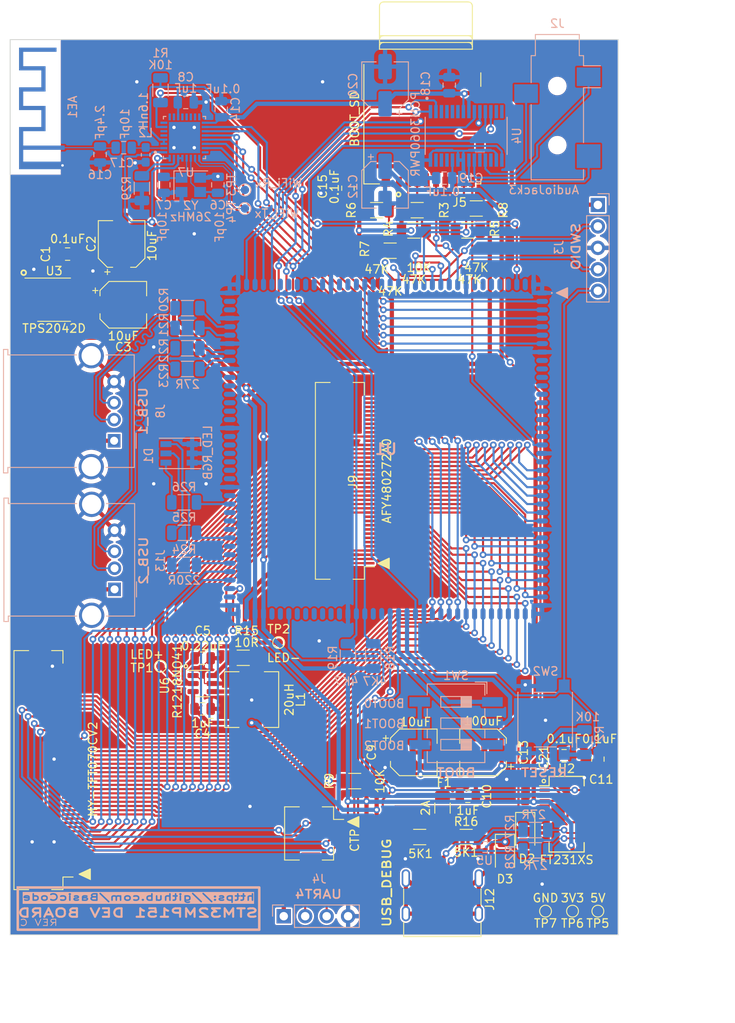
<source format=kicad_pcb>
(kicad_pcb (version 20221018) (generator pcbnew)
  (layers (0 "F.Cu" signal) (31 "B.Cu" signal) (34 "B.Paste" user) (35 "F.Paste" user) (36 "B.SilkS" user "B.Silkscreen") (37 "F.SilkS" user "F.Silkscreen") (38 "B.Mask" user) (39 "F.Mask" user) (44 "Edge.Cuts" user))
  (net 0 "")
  (net 1 "GND")
  (net 2 "Net-(AE1-Pad1)")
  (net 3 "+5V")
  (net 4 "Vdrive")
  (net 5 "Net-(U7-XTAL_OUT)")
  (net 11 "Net-(J8-VBUS)")
  (net 12 "Earth")
  (net 13 "Net-(J9-Pin_1)")
  (net 20 "Net-(U6-Pin_4)")
  (net 21 "Net-(J12-CC1)")
  (net 23 "Net-(J12-CC2)")
  (net 25 "Net-(J13-VBUS)")
  (net 26 "Net-(U2-USBDM)")
  (net 27 "MMC3_D0")
  (net 28 "MMC3_D1")
  (net 29 "PC6")
  (net 30 "MMC3_D2")
  (net 31 "PC7")
  (net 32 "MMC3_CMD")
  (net 33 "PE0")
  (net 34 "MMC3_CK")
  (net 35 "PB6")
  (net 36 "MMC1_DETECT")
  (net 37 "PB8")
  (net 38 "Net-(U7-XTAL_IN)")
  (net 39 "Net-(U7-LNA)")
  (net 40 "UART1_TX")
  (net 41 "Net-(U4-VOUTR+)")
  (net 42 "UART1_RX")
  (net 43 "MMC3_D3")
  (net 44 "Net-(U4-VOUTL+)")
  (net 54 "LCD_B0")
  (net 55 "LCD_B1")
  (net 56 "LCD_B2")
  (net 57 "LCD_B3")
  (net 58 "LCD_B4")
  (net 59 "LCD_B5")
  (net 60 "LCD_B6")
  (net 61 "LCD_B7")
  (net 62 "LCD_G0")
  (net 63 "LCD_G1")
  (net 64 "LCD_G2")
  (net 65 "LCD_G3")
  (net 66 "LCD_G4")
  (net 67 "LCD_G5")
  (net 68 "LCD_G6")
  (net 69 "LCD_G7")
  (net 70 "LCD_R0")
  (net 71 "LCD_R1")
  (net 72 "LCD_R2")
  (net 73 "LCD_R3")
  (net 74 "LCD_R4")
  (net 75 "LCD_R5")
  (net 76 "LCD_R6")
  (net 77 "LCD_R7")
  (net 78 "LCD_DATA_EN")
  (net 79 "LCD_V_SYNC")
  (net 80 "LCD_H_SYNC")
  (net 81 "LCD_CLK")
  (net 82 "/Audio/VCOM")
  (net 83 "BOOT1")
  (net 84 "BOOT0")
  (net 85 "BOOT2")
  (net 88 "SPI5_MOSI")
  (net 89 "SPI5_MISO")
  (net 90 "SPI5_CS")
  (net 91 "SPI5_CLK")
  (net 94 "UART4_RX")
  (net 97 "CTP_INT")
  (net 98 "LCD_BL_EN")
  (net 99 "ANA0")
  (net 100 "ANA1")
  (net 117 "USB2_P")
  (net 118 "USB2_N")
  (net 119 "USB1_P")
  (net 120 "USB1_N")
  (net 122 "WIFI_INT")
  (net 128 "UART4_TX")
  (net 130 "SWDIO")
  (net 131 "SWCLK")
  (net 132 "MMC1_D0")
  (net 133 "MMC1_D1")
  (net 134 "MMC1_D2")
  (net 135 "MMC1_D3")
  (net 136 "MMC1_CK")
  (net 140 "MMC1_CMD")
  (net 153 "WIFI_UP")
  (net 154 "CTP_RESET")
  (net 156 "I2C1_SCL")
  (net 157 "I2C1_SDA")
  (net 158 "Net-(D1-BA)")
  (net 159 "Net-(U1-USB1_N)")
  (net 160 "Net-(U1-USB1_P)")
  (net 161 "Net-(U1-USB2_N)")
  (net 162 "Net-(U1-USB2_P)")
  (net 163 "Net-(U2-USBDP)")
  (net 164 "Net-(D2-A1)")
  (net 165 "/Power & Debug/USB_N")
  (net 166 "/Power & Debug/USB_P")
  (net 167 "Net-(D1-GA)")
  (net 168 "Net-(D1-RA)")
  (net 169 "LED_R")
  (net 170 "LED_G")
  (net 171 "LED_B")
  (net 172 "KEY_WP")
  (net 173 "Net-(U7-RES12K)")
  (net 174 "Net-(U7-U0RXD)")
  (net 175 "Net-(U7-U0TXD)")
  (net 176 "SAI1_SCK_B")
  (net 177 "SAI1_MCLK_B")
  (net 178 "SAI1_SD_B")
  (net 179 "SAI1_FS_B")
  (net 180 "SAI1_SD_A")
  (net 205 "+3V3")
  (net 206 "NRST")
  (footprint "Resistor_SMD:R_1206_3216Metric" (layer "F.Cu") (at 63.2 35.2)
    (fp_text reference "R3")
    (fp_text value "10K")
  )
  (footprint "Resistor_SMD:R_1206_3216Metric" (layer "F.Cu") (at 60 40)
    (fp_text reference "R7")
    (fp_text value "47K")
  )
  (footprint "Inductor_SMD:L_6.3x6.3_H3" (layer "F.Cu") (at 43.6 93.15 90)
    (fp_text reference "L1")
    (fp_text value "20uH")
  )
  (footprint "Capacitor_SMD:CP_Elec_5x5.3" (layer "F.Cu") (at 28.2 39.2 90)
    (fp_text reference "C2")
    (fp_text value "10uF")
  )
  (footprint "Capacitor_SMD:C_0805_2012Metric" (layer "F.Cu") (at 21.8 40.4)
    (fp_text reference "C1")
    (fp_text value "0.1uF")
  )
  (footprint "Capacitor_SMD:C_0805_2012Metric" (layer "F.Cu") (at 37.8 94.25)
    (fp_text reference "C4")
    (fp_text value "1uF")
  )
  (footprint "Capacitor_SMD:CP_Elec_5x5.3" (layer "F.Cu") (at 62.8 99.4)
    (fp_text reference "C9")
    (fp_text value "10uF")
  )
  (footprint "Diode_SMD:D_1206_3216Metric" (layer "F.Cu") (at 76 108.8 -90)
    (fp_text reference "D2")
    (fp_text value "TVS")
  )
  (footprint "Connector_FFC-FPC:Hirose_FH12-6S-0.5SH_1x06-1MP_P0.50mm_Horizontal" (layer "F.Cu") (at 52 109 -90)
    (fp_text reference "J11" hide)
    (fp_text value "CTP")
  )
  (footprint "Connector_USB:USB_C_Receptacle_G-Switch_GT-USB-7010ASV" (layer "F.Cu") (at 66.18 117.425)
    (fp_text reference "J12")
    (fp_text value "USB_DEBUG")
  )
  (footprint "Capacitor_SMD:C_0805_2012Metric" (layer "F.Cu") (at 69.2 104.6)
    (fp_text reference "C10")
    (fp_text value "1uF")
  )
  (footprint "Resistor_SMD:R_1206_3216Metric" (layer "F.Cu") (at 62.8 37.6)
    (fp_text reference "R4")
    (fp_text value "47K")
  )
  (footprint "Package_SO:SOIC-8_3.9x4.9mm_P1.27mm" (layer "F.Cu") (at 20.2 45.8)
    (fp_text reference "U3")
    (fp_text value "TPS2042D")
  )
  (footprint "Capacitor_SMD:C_0805_2012Metric" (layer "F.Cu") (at 84.6 100.2 90)
    (fp_text reference "C11")
    (fp_text value "0.1uF")
  )
  (footprint "Connector_FFC-FPC:Hirose_FH12-40S-0.5SH_1x40-1MP_P0.50mm_Horizontal" (layer "F.Cu") (at 55.65 67.25 -90)
    (fp_text reference "J9")
    (fp_text value "AFY480272A0")
  )
  (footprint "Package_TO_SOT_SMD:SOT-23-6" (layer "F.Cu") (at 37.8 91.25)
    (fp_text reference "U6")
    (fp_text value "R1218NO41")
  )
  (footprint "Capacitor_SMD:CP_Elec_5x5.3" (layer "F.Cu") (at 28.4 46.4)
    (fp_text reference "C3")
    (fp_text value "10uF")
  )
  (footprint "Resistor_SMD:R_1206_3216Metric" (layer "F.Cu") (at 63.5 109.425 180)
    (fp_text reference "R17" hide)
    (fp_text value "5K1")
  )
  (footprint "components:HRS_DM3AT-SF-PEJM5" (layer "F.Cu") (at 64.2375 31.8375 180)
    (fp_text reference "J5")
    (fp_text value "BOOT_SD")
  )
  (footprint "Package_SO:SSOP-20_3.9x8.7mm_P0.635mm" (layer "F.Cu") (at 80.9 106.7225)
    (fp_text reference "U2")
    (fp_text value "FT231XS")
  )
  (footprint "TestPoint:TestPoint_Pad_D1.0mm" (layer "F.Cu") (at 78.4 118.2 180)
    (fp_text reference "TP7")
    (fp_text value "GND")
  )
  (footprint "Capacitor_SMD:C_0805_2012Metric" (layer "F.Cu") (at 55 32.6 90)
    (fp_text reference "C15")
    (fp_text value "0.1uF")
  )
  (footprint "Capacitor_SMD:CP_Elec_5x5.3" (layer "F.Cu") (at 71 99.4 180)
    (fp_text reference "C13")
    (fp_text value "100uF")
  )
  (footprint "Resistor_SMD:R_1206_3216Metric" (layer "F.Cu") (at 70.2 35 180)
    (fp_text reference "R8")
    (fp_text value "47K")
  )
  (footprint "TestPoint:TestPoint_Pad_D1.0mm" (layer "F.Cu") (at 46.8 86.4 90)
    (fp_text reference "TP2")
    (fp_text value "LED-")
  )
  (footprint "Resistor_SMD:R_1206_3216Metric" (layer "F.Cu") (at 42.6 88.2 180)
    (fp_text reference "R15")
    (fp_text value "10R")
  )
  (footprint "Diode_SMD:D_1206_3216Metric" (layer "F.Cu") (at 73.6 111.4 -90)
    (fp_text reference "D3")
    (fp_text value "TVS")
  )
  (footprint "Fuse:Fuse_1206_3216Metric" (layer "F.Cu") (at 66.2 106 90)
    (fp_text reference "F1")
    (fp_text value "2A")
  )
  (footprint "Resistor_SMD:R_1206_3216Metric" (layer "F.Cu") (at 55.8 102.8 180)
    (fp_text reference "R9")
    (fp_text value "10K")
  )
  (footprint "TestPoint:TestPoint_Pad_D1.0mm" (layer "F.Cu") (at 84.6 118.2 180)
    (fp_text reference "TP5")
    (fp_text value "5V")
  )
  (footprint "Resistor_SMD:R_1206_3216Metric" (layer "F.Cu") (at 69.2 37.6 180)
    (fp_text reference "R5")
    (fp_text value "47K")
  )
  (footprint "Connector_FFC-FPC:Hirose_FH12-50S-0.5SH_1x50-1MP_P0.50mm_Horizontal" (layer "F.Cu") (at 19.95 101.5 -90)
    (fp_text reference "J1" hide)
    (fp_text value "MY-TFT070CV2")
  )
  (footprint "Capacitor_SMD:C_0805_2012Metric" (layer "F.Cu") (at 80.6 99.8)
    (fp_text reference "C21")
    (fp_text value "0.1uF")
  )
  (footprint "TestPoint:TestPoint_Pad_D1.0mm" (layer "F.Cu") (at 32.8 89.2 90)
    (fp_text reference "TP1")
    (fp_text value "LED+")
  )
  (footprint "Resistor_SMD:R_1206_3216Metric" (layer "F.Cu") (at 58.4 35.2)
    (fp_text reference "R6")
    (fp_text value "47K")
  )
  (footprint "Resistor_SMD:R_1206_3216Metric" (layer "F.Cu") (at 69 109.425)
    (fp_text reference "R16")
    (fp_text value "5K1")
  )
  (footprint "TestPoint:TestPoint_Pad_D1.0mm" (layer "F.Cu") (at 81.6 118.2 180)
    (fp_text reference "TP6")
    (fp_text value "3V3")
  )
  (footprint "Capacitor_SMD:C_0805_2012Metric" (layer "F.Cu") (at 37.8 88.25)
    (fp_text reference "C5")
    (fp_text value "0.22uF")
  )
  (footprint "Resistor_SMD:R_1206_3216Metric" (layer "B.Cu") (at 77.2 108.6)
    (fp_text reference "R27")
    (fp_text value "27R")
  )
  (footprint "Resistor_SMD:R_1206_3216Metric" (layer "B.Cu") (at 36 54 180)
    (fp_text reference "R23")
    (fp_text value "27R")
  )
  (footprint "components:QFN50P500X500X90-33N" (layer "B.Cu") (at 35.645 26.6)
    (fp_text reference "U7")
    (fp_text value "ESP8285")
  )
  (footprint "Connector_USB:USB_A_Molex_67643_Horizontal" (layer "B.Cu") (at 27.31 62.5 90)
    (fp_text reference "J8")
    (fp_text value "USB_1")
  )
  (footprint "Resistor_SMD:R_1206_3216Metric" (layer "B.Cu") (at 36 51.55 180)
    (fp_text reference "R22")
    (fp_text value "27R")
  )
  (footprint "Connector_PinHeader_2.54mm:PinHeader_1x05_P2.54mm_Vertical" (layer "B.Cu") (at 84.6 34.58 180)
    (fp_text reference "J3")
    (fp_text value "SWDIO")
  )
  (footprint "Connector_USB:USB_A_Molex_67643_Horizontal" (layer "B.Cu") (at 27.36 80.1 90)
    (fp_text reference "J13")
    (fp_text value "USB_2")
  )
  (footprint "Capacitor_SMD:C_0805_2012Metric" (layer "B.Cu") (at 33.195 32.2 -90)
    (fp_text reference "C7")
    (fp_text value "10pF")
  )
  (footprint "RF_Antenna:Texas_SWRA117D_2.4GHz_Left" (layer "B.Cu") (at 21.2 27.8 -90)
    (fp_text reference "AE1")
    (fp_text value "Antenna_Dipole")
  )
  (footprint "Capacitor_SMD:C_0805_2012Metric" (layer "B.Cu") (at 25.645 28.6 -90)
    (fp_text reference "C16")
    (fp_text value "2.4pF")
  )
  (footprint "Resistor_SMD:R_1206_3216Metric" (layer "B.Cu") (at 36 46.8 180)
    (fp_text reference "R20")
    (fp_text value "27R")
  )
  (footprint "components:MYCYA151C256N256D65CT" (layer "B.Cu") (at 59.5 63.5 180)
    (fp_text reference "U1")
    (fp_text value "MYC-YA151C-256N256D" hide)
  )
  (footprint "Button_Switch_SMD:SW_DIP_SPSTx03_Slide_6.7x9.18mm_W8.61mm_P2.54mm_LowProfile" (layer "B.Cu") (at 67.805 95.96 180)
    (fp_text reference "SW1")
    (fp_text value "BOOT")
  )
  (footprint "TestPoint:TestPoint_Pad_D1.0mm" (layer "B.Cu") (at 42.8 32.8 90)
    (fp_text reference "TP3")
    (fp_text value "WiFi_Rx")
  )
  (footprint "Capacitor_SMD:C_0805_2012Metric" (layer "B.Cu") (at 35.795 22.445)
    (fp_text reference "C8")
    (fp_text value "1uF")
  )
  (footprint "TestPoint:TestPoint_Pad_D1.0mm" (layer "B.Cu") (at 42.8 35 90)
    (fp_text reference "TP4")
    (fp_text value "WiFi_Tx")
  )
  (footprint "Capacitor_SMD:C_0805_2012Metric" (layer "B.Cu") (at 67 20.4 90)
    (fp_text reference "C18")
    (fp_text value "0.1uF")
  )
  (footprint "Button_Switch_SMD:SW_Push_1P1T_NO_6x6mm_H9.5mm" (layer "B.Cu") (at 78.36 95.525 90)
    (fp_text reference "SW2")
    (fp_text value "RESET")
  )
  (footprint "Capacitor_SMD:C_0805_2012Metric" (layer "B.Cu") (at 28.445 27.8 180)
    (fp_text reference "C17")
    (fp_text value "10pF")
  )
  (footprint "LED_SMD:LED_RGB_PLCC-6" (layer "B.Cu") (at 35 64 180)
    (fp_text reference "D1")
    (fp_text value "LED_RGB")
  )
  (footprint "Resistor_SMD:R_1206_3216Metric" (layer "B.Cu") (at 58 88 90)
    (fp_text reference "R18")
    (fp_text value "4K7")
  )
  (footprint "Capacitor_SMD:C_0805_2012Metric" (layer "B.Cu") (at 39.595 32.2 90)
    (fp_text reference "C6")
    (fp_text value "10pF")
  )
  (footprint "Resistor_SMD:R_1206_3216Metric" (layer "B.Cu") (at 35.6 77.2 180)
    (fp_text reference "R24")
    (fp_text value "220R")
  )
  (footprint "Inductor_SMD:L_0603_1608Metric_Pad1.05x0.95mm_HandSolder" (layer "B.Cu") (at 31.045 28.645 -90)
    (fp_text reference "L2")
    (fp_text value "1.6nH")
  )
  (footprint "Resistor_SMD:R_1206_3216Metric" (layer "B.Cu") (at 77.2 111)
    (fp_text reference "R28")
    (fp_text value "27R")
  )
  (footprint "Crystal:Crystal_SMD_3225-4Pin_3.2x2.5mm" (layer "B.Cu") (at 36.395 32.2)
    (fp_text reference "Y2")
    (fp_text value "26MHz")
  )
  (footprint "Resistor_SMD:R_1206_3216Metric" (layer "B.Cu") (at 55 88 90)
    (fp_text reference "R19")
    (fp_text value "4K7")
  )
  (footprint "Capacitor_SMD:CP_Elec_5x5.3" (layer "B.Cu") (at 59.4 32.2 -90)
    (fp_text reference "C12")
    (fp_text value "10uF")
  )
  (footprint "Resistor_SMD:R_1206_3216Metric" (layer "B.Cu") (at 32.8 21 -90)
    (fp_text reference "R1")
    (fp_text value "10K")
  )
  (footprint "PCM3060:SOP65P640X120-28N" (layer "B.Cu") (at 69 26.4 -90)
    (fp_text reference "U4")
    (fp_text value "PCM3060PWR")
  )
  (footprint "Resistor_SMD:R_1206_3216Metric" (layer "B.Cu") (at 35.6 73.4 180)
    (fp_text reference "R25")
    (fp_text value "220R")
  )
  (footprint "Resistor_SMD:R_1206_3216Metric" (layer "B.Cu") (at 83 98.2 90)
    (fp_text reference "R2")
    (fp_text value "10K")
  )
  (footprint "Capacitor_SMD:C_0805_2012Metric" (layer "B.Cu") (at 66.4 31.4 180)
    (fp_text reference "C19")
    (fp_text value "0.1uF")
  )
  (footprint "Resistor_SMD:R_1206_3216Metric" (layer "B.Cu") (at 35.6 69.8 180)
    (fp_text reference "R26")
    (fp_text value "220R")
  )
  (footprint "Resistor_SMD:R_1206_3216Metric" (layer "B.Cu") (at 36 49.15 180)
    (fp_text reference "R21")
    (fp_text value "27R")
  )
  (footprint "Connector_Audio:Jack_3.5mm_CUI_SJ-3523-SMT_Horizontal" (layer "B.Cu") (at 79.8 23 180)
    (fp_text reference "J2")
    (fp_text value "AudioJack3")
  )
  (footprint "Connector_PinHeader_2.54mm:PinHeader_1x04_P2.54mm_Vertical" (layer "B.Cu") (at 47.4 118.8 -90)
    (fp_text reference "J4")
    (fp_text value "UART4")
  )
  (footprint "Resistor_SMD:R_1206_3216Metric" (layer "B.Cu") (at 30.6 32.6 -90)
    (fp_text reference "R29")
    (fp_text value "12K")
  )
  (footprint "Capacitor_SMD:C_0805_2012Metric" (layer "B.Cu") (at 39.995 23.245 90)
    (fp_text reference "C14")
    (fp_text value "0.1uF")
  )
  (footprint "Package_TO_SOT_SMD:Texas_DRT-3" (layer "B.Cu") (at 70.975 110.6 90)
    (fp_text reference "U5")
    (fp_text value "TPD2EUSB30")
  )
  (footprint "Capacitor_SMD:CP_Elec_5x5.3" (layer "B.Cu") (at 59.4 20.4 90)
    (fp_text reference "C20")
    (fp_text value "10uF")
  )
  (gr_poly (pts (xy 79.7 45) (xy 81 44.4) (xy 81 45.6)) (stroke (width 0.15)) (fill solid) (layer "B.SilkS"))
  (gr_rect (start 15.9 115.4) (end 44.5 120.4) (stroke (width 0.3)) (fill none) (layer "B.SilkS"))
  (gr_poly (pts (xy 54.981951 107.622439) (xy 56.281951 107.022439) (xy 56.281951 108.222439)) (stroke (width 0.15)) (fill solid) (layer "F.SilkS"))
  (gr_circle (center 16.6 42.6) (end 16.882843 42.6) (stroke (width 0.2)) (fill none) (layer "F.SilkS"))
  (gr_poly (pts (xy 58.581951 77.022439) (xy 59.881951 76.422439) (xy 59.881951 77.622439)) (stroke (width 0.15)) (fill solid) (layer "F.SilkS"))
  (gr_circle (center 35.8 89.2) (end 35.6 89.2) (stroke (width 0.15)) (fill none) (layer "F.SilkS"))
  (gr_poly (pts (xy 23.181951 113.822477) (xy 24.481951 113.222477) (xy 24.481951 114.422477)) (stroke (width 0.15)) (fill solid) (layer "F.SilkS"))
  (gr_circle (center 78.2 102.8) (end 78 102.8) (stroke (width 0.15)) (fill none) (layer "F.SilkS"))
  (gr_line (start 87 121) (end 15 121) (stroke (width 0.1)) (layer "Edge.Cuts"))
  (gr_line (start 15 15) (end 87 15) (stroke (width 0.1)) (layer "Edge.Cuts"))
  (gr_line (start 87 15) (end 87 121) (stroke (width 0.1)) (layer "Edge.Cuts"))
  (gr_line (start 15 121) (end 15 15) (stroke (width 0.1)) (layer "Edge.Cuts"))
  (gr_text "BOOT2" (at 61.8 99.2) (layer "B.SilkS") (effects (font (size 1 1)) (justify left bottom mirror)))
  (gr_text "BOOT0" (at 61.8 94.2) (layer "B.SilkS") (effects (font (size 1 1)) (justify left bottom mirror)))
  (gr_text "https://github.com/BasicCode" (at 44.1 117) (layer "B.SilkS" knockout) (effects (font (size 0.75 1.18) (thickness 0.1875) bold) (justify left bottom mirror)))
  (gr_text "BOOT1" (at 61.8 96.6) (layer "B.SilkS") (effects (font (size 1 1)) (justify left bottom mirror)))
  (gr_text "REV C" (at 20.7 120) (layer "B.SilkS") (effects (font (size 0.75 1) (thickness 0.1)) (justify left bottom mirror)))
  (gr_text "STM32MP151 DEV BOARD" (at 44.5 119) (layer "B.SilkS") (effects (font (size 1 1.5) (thickness 0.25) bold) (justify left bottom mirror)))
  (segment (start 38 89) (end 38 91.2) (width 0.127) (layer "F.Cu") (net 1))
  (segment (start 38.75 88.25) (end 38 89) (width 0.127) (layer "F.Cu") (net 1))
  (segment (start 38.05 91.25) (end 38.9375 91.25) (width 0.127) (layer "F.Cu") (net 1))
  (segment (start 22.65 111.75) (end 21.8 111.75) (width 0.127) (layer "F.Cu") (net 1))
  (segment (start 22.8 111.6) (end 22.65 111.75) (width 0.127) (layer "F.Cu") (net 1))
  (segment (start 38 91.2) (end 38.05 91.25) (width 0.127) (layer "F.Cu") (net 1))
  (segment (start 21.8 111.25) (end 22.65 111.25) (width 0.127) (layer "F.Cu") (net 1))
  (segment (start 22.8 111.4) (end 22.8 111.6) (width 0.127) (layer "F.Cu") (net 1))
  (segment (start 22.65 111.25) (end 22.8 111.4) (width 0.127) (layer "F.Cu") (net 1))
  (via (at 51.8 33.2) (size 0.8) (drill 0.4) (layers "F.Cu" "B.Cu") (net 1))
  (via (at 34.4 25.4) (size 0.8) (drill 0.4) (layers "F.Cu" "B.Cu") (net 1))
  (via (at 38.2 22.4) (size 0.8) (drill 0.4) (layers "F.Cu" "B.Cu") (net 1))
  (via (at 24.8 42.4) (size 0.8) (drill 0.4) (layers "F.Cu" "B.Cu") (net 1))
  (via (at 36.8 38) (size 0.8) (drill 0.4) (layers "F.Cu" "B.Cu") (net 1))
  (via (at 29.8 29.6) (size 0.8) (drill 0.4) (layers "F.Cu" "B.Cu") (net 1))
  (via (at 20.2 100.2) (size 0.8) (drill 0.4) (layers "F.Cu" "B.Cu") (net 1))
  (via (at 34.4 27.8) (size 0.8) (drill 0.4) (layers "F.Cu" "B.Cu") (net 1))
  (via (at 30 20) (size 0.8) (drill 0.4) (layers "F.Cu" "B.Cu") (net 1))
  (via (at 83 102.4) (size 0.8) (drill 0.4) (layers "F.Cu" "B.Cu") (net 1))
  (via (at 36.8 27.8) (size 0.8) (drill 0.4) (layers "F.Cu" "B.Cu") (net 1))
  (via (at 59.4 101.2) (size 0.8) (drill 0.4) (layers "F.Cu" "B.Cu") (net 1))
  (via (at 73.8 102.6) (size 0.8) (drill 0.4) (layers "F.Cu" "B.Cu") (net 1))
  (via (at 61.8 112) (size 0.8) (drill 0.4) (layers "F.Cu" "B.Cu") (net 1))
  (via (at 43.6 93.2) (size 0.8) (drill 0.4) (layers "F.Cu" "B.Cu") (net 1))
  (via (at 51.6 86.2) (size 0.8) (drill 0.4) (layers "F.Cu" "B.Cu") (net 1))
  (via (at 36.8 25.4) (size 0.8) (drill 0.4) (layers "F.Cu" "B.Cu") (net 1))
  (via (at 17.8 42.2) (size 0.8) (drill 0.4) (layers "F.Cu" "B.Cu") (net 1))
  (via (at 52 20) (size 0.8) (drill 0.4) (layers "F.Cu" "B.Cu") (net 1))
  (via (at 43.4 105.8) (size 0.8) (drill 0.4) (layers "F.Cu" "B.Cu") (net 1))
  (via (at 20 89.2) (size 0.8) (drill 0.4) (layers "F.Cu" "B.Cu") (net 1))
  (via (at 39.6 31.2) (size 0.8) (drill 0.4) (layers "F.Cu" "B.Cu") (net 1))
  (via (at 20.2 110) (size 0.8) (drill 0.4) (layers "F.Cu" "B.Cu") (net 1))
  (via (at 17.6 110) (size 0.8) (drill 0.4) (layers "F.Cu" "B.Cu") (net 1))
  (via (at 78.4 95.6) (size 0.8) (drill 0.4) (layers "F.Cu" "B.Cu") (net 1))
  (via (at 78 115) (size 0.8) (drill 0.4) (layers "F.Cu" "B.Cu") (net 1))
  (via (at 38.2 67.6) (size 0.8) (drill 0.4) (layers "F.Cu" "B.Cu") (net 1))
  (via (at 32 67.6) (size 0.8) (drill 0.4) (layers "F.Cu" "B.Cu") (net 1))
  (via (at 32 51.4) (size 0.8) (drill 0.4) (layers "F.Cu" "B.Cu") (net 1))
  (via (at 70.4 112) (size 0.8) (drill 0.4) (layers "F.Cu" "B.Cu") (net 1))
  (via (at 76 91.4) (size 0.8) (drill 0.4) (layers "F.Cu" "B.Cu") (net 1))
  (segment (start 72.252611 28.16) (end 68.8 28.16) (width 0.25) (layer "B.Cu") (net 1))
  (segment (start 35.295 33.05) (end 33.295 33.05) (width 0.25) (layer "B.Cu") (net 1))
  (segment (start 30.965 29.6) (end 31.045 29.52) (width 0.25) (layer "B.Cu") (net 1))
  (segment (start 72.575 28.482389) (end 72.252611 28.16) (width 0.25) (layer "B.Cu") (net 1))
  (segment (start 68.675 28.285) (end 68.8 28.16) (width 0.25) (layer "B.Cu") (net 1))
  (segment (start 68.8 28.16) (end 68.107389 28.16) (width 0.25) (layer "B.Cu") (net 1))
  (segment (start 39.595 31.25) (end 39.6 31.2) (width 0.25) (layer "B.Cu") (net 1))
  (segment (start 64.775 28.482389) (end 64.775 29.27) (width 0.25) (layer "B.Cu") (net 1))
  (segment (start 29.8 29.6) (end 30.965 29.6) (width 0.25) (layer "B.Cu") (net 1))
  (segment (start 68.107389 28.16) (end 68.025 28.242389) (width 0.25) (layer "B.Cu") (net 1))
  (segment (start 68.107389 28.16) (end 65.097389 28.16) (width 0.25) (layer "B.Cu") (net 1))
  (segment (start 68.025 28.242389) (end 68.025 29.27) (width 0.25) (layer "B.Cu") (net 1))
  (segment (start 68.675 29.27) (end 68.675 28.285) (width 0.25) (layer "B.Cu") (net 1))
  (segment (start 39.6 31.2) (end 37.595 31.25) (width 0.25) (layer "B.Cu") (net 1))
  (segment (start 72.575 29.27) (end 72.575 28.482389) (width 0.25) (layer "B.Cu") (net 1))
  (segment (start 65.097389 28.16) (end 64.775 28.482389) (width 0.25) (layer "B.Cu") (net 1))
  (segment (start 25.195 27.8) (end 21.2 27.8) (width 0.127) (layer "B.Cu") (net 2))
  (segment (start 27.495 27.845) (end 25.65 27.845) (width 0.127) (layer "B.Cu") (net 2))
  (segment (start 78.55 101.15) (end 78.4 101) (width 0.5) (layer "F.Cu") (net 3))
  (segment (start 58.4 106.2) (end 58.4 108.725914) (width 0.5) (layer "F.Cu") (net 3))
  (segment (start 77.225 92.975) (end 73.2 97) (width 0.5) (layer "F.Cu") (net 3))
  (segment (start 21.225 39.225) (end 21.2 39.2) (width 0.5) (layer "F.Cu") (net 3))
  (segment (start 58.4 104) (end 60.4 102) (width 0.5) (layer "F.Cu") (net 3))
  (segment (start 47.4 114.81005) (end 47.4 118.8) (width 0.5) (layer "F.Cu") (net 3))
  (segment (start 36.85 94.25) (end 36.6625 94.0625) (width 0.5) (layer "F.Cu") (net 3))
  (segment (start 78.4 101) (end 78.4 102.54) (width 0.25) (layer "F.Cu") (net 3))
  (segment (start 78.4 102.54) (end 81.6 105.74) (width 0.25) (layer "F.Cu") (net 3))
  (segment (start 52.425913 114.7) (end 47.51005 114.7) (width 0.5) (layer "F.Cu") (net 3))
  (segment (start 81.84 107.04) (end 83.5 107.04) (width 0.25) (layer "F.Cu") (net 3))
  (segment (start 73.2 54.2) (end 77.225 58.225) (width 0.5) (layer "F.Cu") (net 3))
  (segment (start 33.425 39.225) (end 21.225 39.225) (width 0.5) (layer "F.Cu") (net 3))
  (segment (start 21.2 39.2) (end 20.85 39.55) (width 0.5) (layer "F.Cu") (net 3))
  (segment (start 43 57.48995) (end 34.4 48.88995) (width 0.5) (layer "F.Cu") (net 3))
  (segment (start 66.2 102.2) (end 66.4 102) (width 0.5) (layer "F.Cu") (net 3))
  (segment (start 47.51005 114.7) (end 46.56005 113.75) (width 0.5) (layer "F.Cu") (net 3))
  (segment (start 17.76 45.2) (end 17.725 45.165) (width 0.5) (layer "F.Cu") (net 3))
  (segment (start 72.2 102) (end 66.4 102) (width 0.5) (layer "F.Cu") (net 3))
  (segment (start 43 57.397918) (end 43 57.5) (width 0.5) (layer "F.Cu") (net 3))
  (segment (start 46.197918 54.2) (end 43 57.397918) (width 0.5) (layer "F.Cu") (net 3))
  (segment (start 85 102) (end 85 116.6) (width 0.5) (layer "F.Cu") (net 3))
  (segment (start 58.4 106.2) (end 58.4 104) (width 0.5) (layer "F.Cu") (net 3))
  (segment (start 47.51005 114.7) (end 47.4 114.81005) (width 0.5) (layer "F.Cu") (net 3))
  (segment (start 85 116.6) (end 84.6 117) (width 0.5) (layer "F.Cu") (net 3))
  (segment (start 37.65 90.903249) (end 37.65 93.875) (width 0.127) (layer "F.Cu") (net 3))
  (segment (start 20 45.2) (end 17.76 45.2) (width 0.5) (layer "F.Cu") (net 3))
  (segment (start 58.4 108.725914) (end 52.425913 114.7) (width 0.5) (layer "F.Cu") (net 3))
  (segment (start 84.6 101.15) (end 84.6 101.6) (width 0.5) (layer "F.Cu") (net 3))
  (segment (start 38.5 95.9) (end 43.6 95.9) (width 0.5) (layer "F.Cu") (net 3))
  (segment (start 73.2 35.4) (end 73.2 54.2) (width 0.5) (layer "F.Cu") (net 3))
  (segment (start 73.2 97) (end 73.2 99.4) (width 0.5) (layer "F.Cu") (net 3))
  (segment (start 43 57.5) (end 43 57.48995) (width 0.5) (layer "F.Cu") (net 3))
  (segment (start 20.85 40.4) (end 20.85 44.35) (width 0.5) (layer "F.Cu") (net 3))
  (segment (start 20.85 39.55) (end 20.85 40.4) (width 0.5) (layer "F.Cu") (net 3))
  (segment (start 73.2 54.2) (end 46.197918 54.2) (width 0.5) (layer "F.Cu") (net 3))
  (segment (start 36.6625 94.0625) (end 36.6625 92.2) (width 0.5) (layer "F.Cu") (net 3))
  (segment (start 60.4 102) (end 63.6 102) (width 0.5) (layer "F.Cu") (net 3))
  (segment (start 81.6 105.74) (end 81.6 106.8) (width 0.25) (layer "F.Cu") (net 3))
  (segment (start 34.4 40.2) (end 33.425 39.225) (width 0.5) (layer "F.Cu") (net 3))
  (segment (start 36.85 94.25) (end 38.5 95.9) (width 0.5) (layer "F.Cu") (net 3))
  (segment (start 37.275 94.25) (end 36.85 94.25) (width 0.25) (layer "F.Cu") (net 3))
  (segment (start 73.2 101) (end 72.2 102) (width 0.5) (layer "F.Cu") (net 3))
  (segment (start 66.2 104.6) (end 66.2 102.2) (width 0.5) (layer "F.Cu") (net 3))
  (segment (start 37.65 93.875) (end 37.275 94.25) (width 0.25) (layer "F.Cu") (net 3))
  (segment (start 23.7 113.25) (end 24.2 113.75) (width 0.25) (layer "F.Cu") (net 3))
  (segment (start 84.6 101.15) (end 78.55 101.15) (width 0.5) (layer "F.Cu") (net 3))
  (segment (start 37.046751 90.3) (end 37.65 90.903249) (width 0.127) (layer "F.Cu") (net 3))
  (segment (start 84.6 101.6) (end 85 102) (width 0.5) (layer "F.Cu") (net 3))
  (segment (start 34.4 48.88995) (end 34.4 40.2) (width 0.5) (layer "F.Cu") (net 3))
  (segment (start 77.225 58.225) (end 77.225 92.975) (width 0.5) (layer "F.Cu") (net 3))
  (segment (start 66.2 104.6) (end 68.25 104.6) (width 0.5) (layer "F.Cu") (net 3))
  (segment (start 46.56005 113.75) (end 24.2 113.75) (width 0.5) (layer "F.Cu") (net 3))
  (segment (start 73.2 101) (end 73.2 99.4) (width 0.5) (layer "F.Cu") (net 3))
  (segment (start 20.85 44.35) (end 20 45.2) (width 0.5) (layer "F.Cu") (net 3))
  (segment (start 63.6 102) (end 66.4 102) (width 0.5) (layer "F.Cu") (net 3))
  (segment (start 21.8 113.25) (end 23.7 113.25) (width 0.25) (layer "F.Cu") (net 3))
  (segment (start 81.6 106.8) (end 81.84 107.04) (width 0.25) (layer "F.Cu") (net 3))
  (segment (start 36.6625 90.3) (end 37.046751 90.3) (width 0.25) (layer "F.Cu") (net 3))
  (segment (start 84.6 117) (end 84.6 118.2) (width 0.5) (layer "F.Cu") (net 3))
  (segment (start 21.8 113.75) (end 24.2 113.75) (width 0.25) (layer "F.Cu") (net 3))
  (via (at 78.4 101) (size 0.8) (drill 0.4) (layers "F.Cu" "B.Cu") (net 3))
  (via (at 58.4 106.2) (size 0.8) (drill 0.4) (layers "F.Cu" "B.Cu") (net 3))
  (via (at 43 57.5) (size 0.8) (drill 0.4) (layers "F.Cu" "B.Cu") (net 3))
  (via (at 73.2 35.4) (size 0.8) (drill 0.4) (layers "F.Cu" "B.Cu") (net 3))
  (via (at 43.6 95.9) (size 0.8) (drill 0.4) (layers "F.Cu" "B.Cu") (net 3))
  (via (at 63.6 102) (size 0.8) (drill 0.4) (layers "F.Cu" "B.Cu") (net 3))
  (via (at 73.2 101) (size 0.8) (drill 0.4) (layers "F.Cu" "B.Cu") (net 3))
  (segment (start 63.5 93.42) (end 63.5 95.96) (width 0.5) (layer "B.Cu") (net 3))
  (segment (start 73.2 101) (end 72.2 102) (width 0.5) (layer "B.Cu") (net 3))
  (segment (start 44.1 95.9) (end 53.9 105.7) (width 0.5) (layer "B.Cu") (net 3))
  (segment (start 44 84.803122) (end 53.9 94.703122) (width 0.5) (layer "B.Cu") (net 3))
  (segment (start 44 80.4) (end 44 58.5) (width 0.5) (layer "B.Cu") (net 3))
  (segment (start 80.2625 96.7375) (end 83 96.7375) (width 0.5) (layer "B.Cu") (net 3))
  (segment (start 62.2 32.8) (end 59.4 30) (width 0.5) (layer "B.Cu") (net 3))
  (segment (start 63.5 101.9) (end 63.5 98.5) (width 0.5) (layer "B.Cu") (net 3))
  (segment (start 78.4 101) (end 73.2 101) (width 0.5) (layer "B.Cu") (net 3))
  (segment (start 72.2 102) (end 63.6 102) (width 0.5) (layer "B.Cu") (net 3))
  (segment (start 73.2 35.4) (end 70.6 32.8) (width 0.5) (layer "B.Cu") (net 3))
  (segment (start 67.35 32) (end 67.35 32.65) (width 0.5) (layer "B.Cu") (net 3))
  (segment (start 67.375 31.975) (end 67.375 29.27) (width 0.25) (layer "B.Cu") (net 3))
  (segment (start 53.9 94.703122) (end 53.9 105.7) (width 0.5) (layer "B.Cu") (net 3))
  (segment (start 63.6 102) (end 63.5 101.9) (width 0.5) (layer "B.Cu") (net 3))
  (segment (start 54.4 106.2) (end 58.4 106.2) (width 0.5) (layer "B.Cu") (net 3))
  (segment (start 43.9 80.5) (end 44 80.4) (width 0.5) (layer "B.Cu") (net 3))
  (segment (start 44 58.5) (end 43 57.5) (width 0.5) (layer "B.Cu") (net 3))
  (segment (start 43 81.4) (end 43.9 80.5) (width 0.5) (layer "B.Cu") (net 3))
  (segment (start 67.35 32) (end 67.375 31.975) (width 0.25) (layer "B.Cu") (net 3))
  (segment (start 44 83) (end 44 80.6) (width 0.5) (layer "B.Cu") (net 3))
  (segment (start 63.5 95.96) (end 63.5 98.5) (width 0.5) (layer "B.Cu") (net 3))
  (segment (start 53.9 105.7) (end 54.4 106.2) (width 0.5) (layer "B.Cu") (net 3))
  (segment (start 67.35 32.65) (end 67.2 32.8) (width 0.5) (layer "B.Cu") (net 3))
  (segment (start 44 80.6) (end 43.9 80.5) (width 0.5) (layer "B.Cu") (net 3))
  (segment (start 44 83) (end 44 84.803122) (width 0.5) (layer "B.Cu") (net 3))
  (segment (start 78.4 98.6) (end 80.2625 96.7375) (width 0.5) (layer "B.Cu") (net 3))
  (segment (start 43.6 95.9) (end 44.1 95.9) (width 0.5) (layer "B.Cu") (net 3))
  (segment (start 43 83) (end 43 81.4) (width 0.5) (layer "B.Cu") (net 3))
  (segment (start 78.4 101) (end 78.4 98.6) (width 0.5) (layer "B.Cu") (net 3))
  (segment (start 67.2 32.8) (end 62.2 32.8) (width 0.5) (layer "B.Cu") (net 3))
  (segment (start 70.6 32.8) (end 67.2 32.8) (width 0.5) (layer "B.Cu") (net 3))
  (segment (start 47.6 76.2) (end 55 76.2) (width 0.5) (layer "F.Cu") (net 4))
  (segment (start 42.8 81) (end 47.6 76.2) (width 0.5) (layer "F.Cu") (net 4))
  (segment (start 35.55 89.55) (end 38.25 86.85) (width 0.5) (layer "F.Cu") (net 4))
  (segment (start 38.25 86.85) (end 40.952082 86.85) (width 0.5) (layer "F.Cu") (net 4))
  (segment (start 57.5 76.5) (end 55.3 76.5) (width 0.25) (layer "F.Cu") (net 4))
  (segment (start 40.952082 86.85) (end 42.8 85.002082) (width 0.5) (layer "F.Cu") (net 4))
  (segment (start 55.3 76.5) (end 55 76.2) (width 0.25) (layer "F.Cu") (net 4))
  (segment (start 36.101472 91.25) (end 35.55 90.698528) (width 0.5) (layer "F.Cu") (net 4))
  (segment (start 36.6625 91.25) (end 34.85 91.25) (width 0.5) (layer "F.Cu") (net 4))
  (segment (start 35.55 90.698528) (end 35.55 89.55) (width 0.5) (layer "F.Cu") (net 4))
  (segment (start 36.6625 91.25) (end 36.101472 91.25) (width 0.5) (layer "F.Cu") (net 4))
  (segment (start 34.85 91.25) (end 32.8 89.2) (width 0.5) (layer "F.Cu") (net 4))
  (segment (start 42.8 85.002082) (end 42.8 81) (width 0.5) (layer "F.Cu") (net 4))
  (segment (start 37.495 33.05) (end 39.495 33.05) (width 0.25) (layer "B.Cu") (net 5))
  (segment (start 36.395 31.95) (end 37.495 33.05) (width 0.127) (layer "B.Cu") (net 5))
  (segment (start 36.395 29.045) (end 36.395 31.95) (width 0.127) (layer "B.Cu") (net 5))
  (segment (start 28.2 44.4) (end 28.2 48.389949) (width 0.5) (layer "F.Cu") (net 11))
  (segment (start 22.675 45.165) (end 22.69 45.15) (width 0.5) (layer "F.Cu") (net 11))
  (segment (start 22.69 45.15) (end 28.05 45.15) (width 0.5) (layer "F.Cu") (net 11))
  (segment (start 28.2 41.8) (end 28.6 41.4) (width 0.5) (layer "F.Cu") (net 11))
  (segment (start 28.2 48.389949) (end 26.289949 50.3) (width 0.5) (layer "F.Cu") (net 11))
  (segment (start 26.289949 50.3) (end 22.9 50.3) (width 0.5) (layer "F.Cu") (net 11))
  (segment (start 22 60.8) (end 23.7 62.5) (width 0.5) (layer "F.Cu") (net 11))
  (segment (start 28.05 45.15) (end 28.2 45) (width 0.5) (layer "F.Cu") (net 11))
  (segment (start 22 51.2) (end 22 60.8) (width 0.5) (layer "F.Cu") (net 11))
  (segment (start 23.7 62.5) (end 27.31 62.5) (width 0.5) (layer "F.Cu") (net 11))
  (segment (start 22.9 50.3) (end 22 51.2) (width 0.5) (layer "F.Cu") (net 11))
  (segment (start 28.2 45) (end 28.2 41.8) (width 0.5) (layer "F.Cu") (net 11))
  (segment (start 61.86 114.3) (end 62.76 115.2) (width 0.5) (layer "F.Cu") (net 12))
  (segment (start 72 110.4) (end 72.4 110) (width 0.5) (layer "F.Cu") (net 12))
  (segment (start 61.86 114.3) (end 61.86 118.5) (width 0.5) (layer "F.Cu") (net 12))
  (segment (start 69.5 115.3) (end 70.5 114.3) (width 0.5) (layer "F.Cu") (net 12))
  (segment (start 62.76 115.26) (end 62.8 115.3) (width 0.5) (layer "F.Cu") (net 12))
  (segment (start 72.4 110) (end 73.6 110) (width 0.5) (layer "F.Cu") (net 12))
  (segment (start 70.5 118.5) (end 61.86 118.5) (width 0.5) (layer "F.Cu") (net 12))
  (segment (start 73.6 110) (end 75.8 110) (width 0.5) (layer "F.Cu") (net 12))
  (segment (start 72 112.8) (end 72 110.4) (width 0.5) (layer "F.Cu") (net 12))
  (segment (start 62.8 115.3) (end 69.5 115.3) (width 0.5) (layer "F.Cu") (net 12))
  (segment (start 62.76 115.2) (end 62.76 115.26) (width 0.5) (layer "F.Cu") (net 12))
  (segment (start 70.5 114.3) (end 70.5 118.5) (width 0.5) (layer "F.Cu") (net 12))
  (segment (start 70.5 114.3) (end 72 112.8) (width 0.5) (layer "F.Cu") (net 12))
  (via (at 73.6 110) (size 0.8) (drill 0.4) (layers "F.Cu" "B.Cu") (net 12))
  (segment (start 71.4 110.6) (end 72 110) (width 0.25) (layer "B.Cu") (net 12))
  (segment (start 72 110) (end 73.6 110) (width 0.25) (layer "B.Cu") (net 12))
  (segment (start 42.396015 86.396015) (end 43.5 85.292031) (width 0.5) (layer "F.Cu") (net 13))
  (segment (start 43.5 81.28995) (end 47.88995 76.9) (width 0.5) (layer "F.Cu") (net 13))
  (segment (start 41.1375 88.352449) (end 39.189949 90.3) (width 0.5) (layer "F.Cu") (net 13))
  (segment (start 57.5 77) (end 54.5 77) (width 0.25) (layer "F.Cu") (net 13))
  (segment (start 54.5 77) (end 54.4 76.9) (width 0.25) (layer "F.Cu") (net 13))
  (segment (start 39.189949 90.3) (end 38.9375 90.3) (width 0.5) (layer "F.Cu") (net 13))
  (segment (start 46.8 86.4) (end 42.4 86.4) (width 0.5) (layer "F.Cu") (net 13))
  (segment (start 41.1375 88.2) (end 41.1375 88.352449) (width 0.5) (layer "F.Cu") (net 13))
  (segment (start 47.88995 76.9) (end 54.4 76.9) (width 0.5) (layer "F.Cu") (net 13))
  (segment (start 42.4 86.4) (end 42.396015 86.396015) (width 0.5) (layer "F.Cu") (net 13))
  (segment (start 43.5 85.292031) (end 43.5 81.28995) (width 0.5) (layer "F.Cu") (net 13))
  (segment (start 41.1375 88.2) (end 41.1375 87.654531) (width 0.5) (layer "F.Cu") (net 13))
  (segment (start 41.1375 87.654531) (end 42.396015 86.396015) (width 0.5) (layer "F.Cu") (net 13))
  (segment (start 43.4 90.4) (end 41.6 92.2) (width 0.5) (layer "F.Cu") (net 20))
  (segment (start 43.6 90.4) (end 43.4 90.4) (width 0.5) (layer "F.Cu") (net 20))
  (segment (start 41.6 92.2) (end 38.9375 92.2) (width 0.5) (layer "F.Cu") (net 20))
  (segment (start 64.93 109.4575) (end 64.93 113.7) (width 0.25) (layer "F.Cu") (net 21))
  (segment (start 64.9625 109.425) (end 64.93 109.4575) (width 0.25) (layer "F.Cu") (net 21))
  (segment (start 67.936857 112.484381) (end 67.936857 109.824357) (width 0.25) (layer "F.Cu") (net 23))
  (segment (start 67.936857 109.824357) (end 67.5375 109.425) (width 0.25) (layer "F.Cu") (net 23))
  (segment (start 67.93 113.7) (end 67.93 112.491238) (width 0.25) (layer "F.Cu") (net 23))
  (segment (start 67.93 112.491238) (end 67.936857 112.484381) (width 0.25) (layer "F.Cu") (net 23))
  (segment (start 22.675 46.435) (end 26.165 46.435) (width 0.5) (layer "F.Cu") (net 25))
  (segment (start 21 51.2) (end 21 75.6) (width 0.5) (layer "F.Cu") (net 25))
  (segment (start 22.6 49.6) (end 21 51.2) (width 0.5) (layer "F.Cu") (net 25))
  (segment (start 25.5 80.1) (end 27.36 80.1) (width 0.5) (layer "F.Cu") (net 25))
  (segment (start 26 49.6) (end 22.6 49.6) (width 0.5) (layer "F.Cu") (net 25))
  (segment (start 26.2 46.4) (end 26.2 49.4) (width 0.5) (layer "F.Cu") (net 25))
  (segment (start 21 75.6) (end 25.5 80.1) (width 0.5) (layer "F.Cu") (net 25))
  (segment (start 26.165 46.435) (end 26.2 46.4) (width 0.5) (layer "F.Cu") (net 25))
  (segment (start 26.2 49.4) (end 26 49.6) (width 0.5) (layer "F.Cu") (net 25))
  (segment (start 80.945 108.945) (end 83.5 108.945) (width 0.2) (layer "F.Cu") (net 26))
  (segment (start 80.6 108.6) (end 80.945 108.945) (width 0.2) (layer "F.Cu") (net 26))
  (via (at 80.6 108.6) (size 0.8) (drill 0.4) (layers "F.Cu" "B.Cu") (net 26))
  (segment (start 80.6 108.6) (end 78.6625 108.6) (width 0.2) (layer "B.Cu") (net 26))
  (segment (start 43.602091 30.366635) (end 43.602091 30.402091) (width 0.25) (layer "F.Cu") (net 27))
  (segment (start 43.602091 30.402091) (end 59.2 46) (width 0.25) (layer "F.Cu") (net 27))
  (via (at 43.602091 30.366635) (size 0.8) (drill 0.4) (layers "F.Cu" "B.Cu") (net 27))
  (via (at 59.2 46) (size 0.8) (drill 0.4) (layers "F.Cu" "B.Cu") (net 27))
  (segment (start 59.2 46) (end 78 46) (width 0.25) (layer "B.Cu") (net 27))
  (segment (start 43.602091 30.366635) (end 43.566635 30.366635) (width 0.25) (layer "B.Cu") (net 27))
  (segment (start 43.566635 30.366635) (end 40.55 27.35) (width 0.25) (layer "B.Cu") (net 27))
  (segment (start 40.55 27.35) (end 38.09 27.35) (width 0.25) (layer "B.Cu") (net 27))
  (segment (start 43.539584 31.364182) (end 43.539584 31.364889) (width 0.25) (layer "F.Cu") (net 28))
  (segment (start 43.539584 31.364889) (end 59.174695 47) (width 0.25) (layer "F.Cu") (net 28))
  (segment (start 59.174695 47) (end 59.2 47) (width 0.25) (layer "F.Cu") (net 28))
  (via (at 43.539584 31.364182) (size 0.8) (drill 0.4) (layers "F.Cu" "B.Cu") (net 28))
  (via (at 59.2 47) (size 0.8) (drill 0.4) (layers "F.Cu" "B.Cu") (net 28))
  (segment (start 43.539584 31.364182) (end 43.538876 31.364182) (width 0.25) (layer "B.Cu") (net 28))
  (segment (start 43.538876 31.364182) (end 40.024694 27.85) (width 0.25) (layer "B.Cu") (net 28))
  (segment (start 40.024694 27.85) (end 38.09 27.85) (width 0.25) (layer "B.Cu") (net 28))
  (segment (start 59.2 47) (end 78 47) (width 0.25) (layer "B.Cu") (net 28))
  (segment (start 45.348211 34.348211) (end 45.348211 34.28393) (width 0.25) (layer "F.Cu") (net 30))
  (segment (start 58.999503 47.999503) (end 45.348211 34.348211) (width 0.25) (layer "F.Cu") (net 30))
  (segment (start 59.2 47.999503) (end 58.999503 47.999503) (width 0.25) (layer "F.Cu") (net 30))
  (via (at 59.2 47.999503) (size 0.8) (drill 0.4) (layers "F.Cu" "B.Cu") (net 30))
  (via (at 45.348211 34.28393) (size 0.8) (drill 0.4) (layers "F.Cu" "B.Cu") (net 30))
  (segment (start 59.200497 48) (end 78 48) (width 0.25) (layer "B.Cu") (net 30))
  (segment (start 43.55 25.35) (end 38.09 25.35) (width 0.25) (layer "B.Cu") (net 30))
  (segment (start 59.2 47.999503) (end 59.200497 48) (width 0.25) (layer "B.Cu") (net 30))
  (segment (start 45.4 27.2) (end 43.55 25.35) (width 0.25) (layer "B.Cu") (net 30))
  (segment (start 45.4 34.232141) (end 45.4 27.2) (width 0.25) (layer "B.Cu") (net 30))
  (segment (start 45.348211 34.28393) (end 45.4 34.232141) (width 0.25) (layer "B.Cu") (net 30))
  (segment (start 58.68536 50.998012) (end 41.823696 34.136348) (width 0.25) (layer "F.Cu") (net 32))
  (segment (start 41.823696 34.136348) (end 41.823696 26.5745) (width 0.25) (layer "F.Cu") (net 32))
  (segment (start 59.2 50.998012) (end 58.68536 50.998012) (width 0.25) (layer "F.Cu") (net 32))
  (via (at 59.2 50.998012) (size 0.8) (drill 0.4) (layers "F.Cu" "B.Cu") (net 32))
  (via (at 41.823696 26.5745) (size 0.8) (drill 0.4) (layers "F.Cu" "B.Cu") (net 32))
  (segment (start 59.201988 51) (end 78 51) (width 0.25) (layer "B.Cu") (net 32))
  (segment (start 41.823696 26.5745) (end 41.599196 26.35) (width 0.25) (layer "B.Cu") (net 32))
  (segment (start 59.2 50.998012) (end 59.201988 51) (width 0.25) (layer "B.Cu") (net 32))
  (segment (start 41.599196 26.35) (end 38.09 26.35) (width 0.25) (layer "B.Cu") (net 32))
  (segment (start 58.773204 49.998509) (end 42.6 33.825305) (width 0.25) (layer "F.Cu") (net 34))
  (segment (start 59.2 49.998509) (end 58.773204 49.998509) (width 0.25) (layer "F.Cu") (net 34))
  (segment (start 42.6 33.825305) (end 42.6 28.339505) (width 0.25) (layer "F.Cu") (net 34))
  (segment (start 42.6 28.339505) (end 42.548196 28.287701) (width 0.25) (layer "F.Cu") (net 34))
  (via (at 59.2 49.998509) (size 0.8) (drill 0.4) (layers "F.Cu" "B.Cu") (net 34))
  (via (at 42.548196 28.287701) (size 0.8) (drill 0.4) (layers "F.Cu" "B.Cu") (net 34))
  (segment (start 41.098696 26.874805) (end 41.098696 26.85) (width 0.25) (layer "B.Cu") (net 34))
  (segment (start 59.2 49.998509) (end 59.201491 50) (width 0.25) (layer "B.Cu") (net 34))
  (segment (start 41.523391 27.2995) (end 41.098696 26.874805) (width 0.25) (layer "B.Cu") (net 34))
  (segment (start 59.201491 50) (end 78 50) (width 0.25) (layer "B.Cu") (net 34))
  (segment (start 42.548196 28.287701) (end 41.559995 27.2995) (width 0.25) (layer "B.Cu") (net 34))
  (segment (start 41.098696 26.85) (end 38.09 26.85) (width 0.25) (layer "B.Cu") (net 34))
  (segment (start 41.559995 27.2995) (end 41.523391 27.2995) (width 0.25) (layer "B.Cu") (net 34))
  (segment (start 69.725 52.5245) (end 69.725 31.875) (width 0.25) (layer "F.Cu") (net 36))
  (segment (start 69.725 31.875) (end 69.6875 31.8375) (width 0.25) (layer "F.Cu") (net 36))
  (via (at 69.725 52.5245) (size 0.8) (drill 0.4) (layers "F.Cu" "B.Cu") (net 36))
  (segment (start 76.975 62.975) (end 77 63) (width 0.25) (layer "B.Cu") (net 36))
  (segment (start 69.725 55.449695) (end 76.975 62.699695) (width 0.25) (layer "B.Cu") (net 36))
  (segment (start 76.975 62.699695) (end 76.975 62.975) (width 0.25) (layer "B.Cu") (net 36))
  (segment (start 77 63) (end 78 63) (width 0.25) (layer "B.Cu") (net 36))
  (segment (start 69.725 52.5245) (end 69.725 55.449695) (width 0.25) (layer "B.Cu") (net 36))
  (segment (start 35.295 31.35) (end 35.245 31.4) (width 0.25) (layer "B.Cu") (net 38))
  (segment (start 35.245 31.4) (end 33.345 31.4) (width 0.25) (layer "B.Cu") (net 38))
  (segment (start 33.345 31.4) (end 33.195 31.25) (width 0.25) (layer "B.Cu") (net 38))
  (segment (start 35.295 31.35) (end 35.895 30.75) (width 0.127) (layer "B.Cu") (net 38))
  (segment (start 35.895 30.75) (end 35.895 29.045) (width 0.127) (layer "B.Cu") (net 38))
  (segment (start 31.125 27.85) (end 31.045 27.77) (width 0.127) (layer "B.Cu") (net 39))
  (segment (start 31.045 27.77) (end 30.97 27.845) (width 0.127) (layer "B.Cu") (net 39))
  (segment (start 33.2 27.85) (end 31.125 27.85) (width 0.127) (layer "B.Cu") (net 39))
  (segment (start 30.97 27.845) (end 29.395 27.845) (width 0.127) (layer "B.Cu") (net 39))
  (segment (start 74.7 30.9) (end 71.8755 30.9) (width 0.25) (layer "B.Cu") (net 41))
  (segment (start 76.1 21.4) (end 76.1 29.5) (width 0.25) (layer "B.Cu") (net 41))
  (segment (start 71.275 30.2995) (end 71.275 29.27) (width 0.25) (layer "B.Cu") (net 41))
  (segment (start 76.1 29.5) (end 74.7 30.9) (width 0.25) (layer "B.Cu") (net 41))
  (segment (start 71.8755 30.9) (end 71.275 30.2995) (width 0.25) (layer "B.Cu") (net 41))
  (segment (start 58.799006 48.999006) (end 44.356114 34.556114) (width 0.25) (layer "F.Cu") (net 43))
  (segment (start 44.356114 34.556114) (end 44.356114 34.405372) (width 0.25) (layer "F.Cu") (net 43))
  (segment (start 59.2 48.999006) (end 58.799006 48.999006) (width 0.25) (layer "F.Cu") (net 43))
  (via (at 59.2 48.999006) (size 0.8) (drill 0.4) (layers "F.Cu" "B.Cu") (net 43))
  (via (at 44.356114 34.405372) (size 0.8) (drill 0.4) (layers "F.Cu" "B.Cu") (net 43))
  (segment (start 59.2 48.999006) (end 59.200994 49) (width 0.25) (layer "B.Cu") (net 43))
  (segment (start 59.200994 49) (end 78 49) (width 0.25) (layer "B.Cu") (net 43))
  (segment (start 44.4 34.361486) (end 44.4 27.2) (width 0.25) (layer "B.Cu") (net 43))
  (segment (start 44.356114 34.405372) (end 44.4 34.361486) (width 0.25) (layer "B.Cu") (net 43))
  (segment (start 43.05 25.85) (end 38.09 25.85) (width 0.25) (layer "B.Cu") (net 43))
  (segment (start 44.4 27.2) (end 43.05 25.85) (width 0.25) (layer "B.Cu") (net 43))
  (segment (start 69.975 29.27) (end 69.975 31.175) (width 0.25) (layer "B.Cu") (net 44))
  (segment (start 77.4 28.836396) (end 77.4 27.5) (width 0.25) (layer "B.Cu") (net 44))
  (segment (start 69.975 31.175) (end 70.15 31.35) (width 0.25) (layer "B.Cu") (net 44))
  (segment (start 70.15 31.35) (end 74.886396 31.35) (width 0.25) (layer "B.Cu") (net 44))
  (segment (start 74.886396 31.35) (end 77.4 28.836396) (width 0.25) (layer "B.Cu") (net 44))
  (segment (start 83.5 21.4) (end 83.5 19.4) (width 0.25) (layer "B.Cu") (net 44))
  (segment (start 77.4 27.5) (end 83.5 21.4) (width 0.25) (layer "B.Cu") (net 44))
  (segment (start 76.25 63.025305) (end 76.25 63) (width 0.25) (layer "F.Cu") (net 54))
  (segment (start 57.5 67) (end 48.236396 67) (width 0.25) (layer "F.Cu") (net 54))
  (segment (start 48.236396 67) (end 31.8 83.436396) (width 0.25) (layer "F.Cu") (net 54))
  (segment (start 31.8 107.6) (end 31.8 107.7) (width 0.25) (layer "F.Cu") (net 54))
  (segment (start 22.75 110.75) (end 21.8 110.75) (width 0.25) (layer "F.Cu") (net 54))
  (segment (start 23.025024 111.025024) (end 22.75 110.75) (width 0.25) (layer "F.Cu") (net 54))
  (segment (start 28.474976 111.025024) (end 23.025024 111.025024) (width 0.25) (layer "F.Cu") (net 54))
  (segment (start 57.5 67) (end 72.275305 67) (width 0.25) (layer "F.Cu") (net 54))
  (segment (start 72.275305 67) (end 76.25 63.025305) (width 0.25) (layer "F.Cu") (net 54))
  (segment (start 31.8 83.436396) (end 31.8 86) (width 0.25) (layer "F.Cu") (net 54))
  (segment (start 31.8 107.7) (end 28.474976 111.025024) (width 0.25) (layer "F.Cu") (net 54))
  (via (at 76.25 63) (size 0.8) (drill 0.4) (layers "F.Cu" "B.Cu") (net 54))
  (via (at 31.8 107.6) (size 0.8) (drill 0.4) (layers "F.Cu" "B.Cu") (net 54))
  (via (at 31.8 86) (size 0.8) (drill 0.4) (layers "F.Cu" "B.Cu") (net 54))
  (segment (start 76.25 63.533883) (end 77.716117 65) (width 0.25) (layer "B.Cu") (net 54))
  (segment (start 31.8 107.6) (end 31.8 86) (width 0.25) (layer "B.Cu") (net 54))
  (segment (start 76.25 63) (end 76.25 63.533883) (width 0.25) (layer "B.Cu") (net 54))
  (segment (start 77.716117 65) (end 78 65) (width 0.25) (layer "B.Cu") (net 54))
  (segment (start 30.8 83.8) (end 48.1 66.5) (width 0.25) (layer "F.Cu") (net 55))
  (segment (start 30.800497 107.724503) (end 27.949976 110.575024) (width 0.25) (layer "F.Cu") (net 55))
  (segment (start 30.800497 107.6) (end 30.800497 107.724503) (width 0.25) (layer "F.Cu") (net 55))
  (segment (start 27.949976 110.575024) (end 23.21142 110.575024) (width 0.25) (layer "F.Cu") (net 55))
  (segment (start 23.21142 110.575024) (end 22.886396 110.25) (width 0.25) (layer "F.Cu") (net 55))
  (segment (start 57.5 66.5) (end 71.775802 66.5) (width 0.25) (layer "F.Cu") (net 55))
  (segment (start 71.775802 66.5) (end 75.25 63.025802) (width 0.25) (layer "F.Cu") (net 55))
  (segment (start 48.1 66.5) (end 57.5 66.5) (width 0.25) (layer "F.Cu") (net 55))
  (segment (start 30.8 86) (end 30.8 83.8) (width 0.25) (layer "F.Cu") (net 55))
  (segment (start 75.25 63.025802) (end 75.25 63) (width 0.25) (layer "F.Cu") (net 55))
  (segment (start 22.886396 110.25) (end 21.8 110.25) (width 0.25) (layer "F.Cu") (net 55))
  (via (at 30.8 86) (size 0.8) (drill 0.4) (layers "F.Cu" "B.Cu") (net 55))
  (via (at 75.25 63) (size 0.8) (drill 0.4) (layers "F.Cu" "B.Cu") (net 55))
  (via (at 30.800497 107.6) (size 0.8) (drill 0.4) (layers "F.Cu" "B.Cu") (net 55))
  (segment (start 76.224695 66) (end 78 66) (width 0.25) (layer "B.Cu") (net 55))
  (segment (start 30.800497 107.6) (end 30.800497 86.000497) (width 0.25) (layer "B.Cu") (net 55))
  (segment (start 75.275 63.025) (end 75.275 65.050305) (width 0.25) (layer "B.Cu") (net 55))
  (segment (start 75.275 65.050305) (end 76.224695 66) (width 0.25) (layer "B.Cu") (net 55))
  (segment (start 75.25 63) (end 75.275 63.025) (width 0.25) (layer "B.Cu") (net 55))
  (segment (start 74.250497 63.135899) (end 74.250497 63) (width 0.25) (layer "F.Cu") (net 56))
  (segment (start 27.287677 110.125024) (end 23.397816 110.125024) (width 0.25) (layer "F.Cu") (net 56))
  (segment (start 57.5 66) (end 47.956675 66) (width 0.25) (layer "F.Cu") (net 56))
  (segment (start 29.8 107.612701) (end 27.287677 110.125024) (width 0.25) (layer "F.Cu") (net 56))
  (segment (start 57.5 66) (end 71.386396 66) (width 0.25) (layer "F.Cu") (net 56))
  (segment (start 23.022792 109.75) (end 21.8 109.75) (width 0.25) (layer "F.Cu") (net 56))
  (segment (start 71.386396 66) (end 74.250497 63.135899) (width 0.25) (layer "F.Cu") (net 56))
  (segment (start 23.397816 110.125024) (end 23.022792 109.75) (width 0.25) (layer "F.Cu") (net 56))
  (segment (start 47.956675 66) (end 29.8 84.156675) (width 0.25) (layer "F.Cu") (net 56))
  (segment (start 29.8 84.156675) (end 29.8 86) (width 0.25) (layer "F.Cu") (net 56))
  (via (at 74.250497 63) (size 0.8) (drill 0.4) (layers "F.Cu" "B.Cu") (net 56))
  (via (at 29.8 86) (size 0.8) (drill 0.4) (layers "F.Cu" "B.Cu") (net 56))
  (via (at 29.8 107.612701) (size 0.8) (drill 0.4) (layers "F.Cu" "B.Cu") (net 56))
  (segment (start 74.250497 65.025305) (end 76.225192 67) (width 0.25) (layer "B.Cu") (net 56))
  (segment (start 76.225192 67) (end 78 67) (width 0.25) (layer "B.Cu") (net 56))
  (segment (start 29.8 107.612701) (end 29.8 86) (width 0.25) (layer "B.Cu") (net 56))
  (segment (start 74.250497 63) (end 74.250497 65.025305) (width 0.25) (layer "B.Cu") (net 56))
  (segment (start 73.216862 63.033138) (end 73.216862 63.000117) (width 0.25) (layer "F.Cu") (net 57))
  (segment (start 23.584212 109.675024) (end 23.159188 109.25) (width 0.25) (layer "F.Cu") (net 57))
  (segment (start 26.713079 109.675024) (end 23.584212 109.675024) (width 0.25) (layer "F.Cu") (net 57))
  (segment (start 23.159188 109.25) (end 21.8 109.25) (width 0.25) (layer "F.Cu") (net 57))
  (segment (start 70.75 65.5) (end 73.216862 63.033138) (width 0.25) (layer "F.Cu") (net 57))
  (segment (start 47.820279 65.5) (end 57.5 65.5) (width 0.25) (layer "F.Cu") (net 57))
  (segment (start 28.794052 107.594051) (end 26.713079 109.675024) (width 0.25) (layer "F.Cu") (net 57))
  (segment (start 28.8 86) (end 28.8 84.520279) (width 0.25) (layer "F.Cu") (net 57))
  (segment (start 28.8 84.520279) (end 47.820279 65.5) (width 0.25) (layer "F.Cu") (net 57))
  (segment (start 57.5 65.5) (end 70.75 65.5) (width 0.25) (layer "F.Cu") (net 57))
  (via (at 73.216862 63.000117) (size 0.8) (drill 0.4) (layers "F.Cu" "B.Cu") (net 57))
  (via (at 28.794052 107.594051) (size 0.8) (drill 0.4) (layers "F.Cu" "B.Cu") (net 57))
  (via (at 28.8 86) (size 0.8) (drill 0.4) (layers "F.Cu" "B.Cu") (net 57))
  (segment (start 73.216862 64.992167) (end 76.224695 68) (width 0.25) (layer "B.Cu") (net 57))
  (segment (start 76.224695 68) (end 78 68) (width 0.25) (layer "B.Cu") (net 57))
  (segment (start 73.216862 63.000117) (end 73.216862 64.992167) (width 0.25) (layer "B.Cu") (net 57))
  (segment (start 28.794052 107.594051) (end 28.794052 86.005948) (width 0.25) (layer "B.Cu") (net 57))
  (segment (start 57.5 65) (end 47.683883 65) (width 0.25) (layer "F.Cu") (net 58))
  (segment (start 27.781753 107.581752) (end 27.781753 107.769727) (width 0.25) (layer "F.Cu") (net 58))
  (segment (start 27.781753 107.769727) (end 26.326456 109.225024) (width 0.25) (layer "F.Cu") (net 58))
  (segment (start 27.8 84.883883) (end 27.8 86) (width 0.25) (layer "F.Cu") (net 58))
  (segment (start 23.770608 109.225024) (end 23.295584 108.75) (width 0.25) (layer "F.Cu") (net 58))
  (segment (start 70.243414 65) (end 72.21738 63.026034) (width 0.25) (layer "F.Cu") (net 58))
  (segment (start 47.683883 65) (end 27.8 84.883883) (width 0.25) (layer "F.Cu") (net 58))
  (segment (start 23.295584 108.75) (end 21.8 108.75) (width 0.25) (layer "F.Cu") (net 58))
  (segment (start 26.326456 109.225024) (end 23.770608 109.225024) (width 0.25) (layer "F.Cu") (net 58))
  (segment (start 57.5 65) (end 70.243414 65) (width 0.25) (layer "F.Cu") (net 58))
  (segment (start 72.21738 63.026034) (end 72.21738 62.993682) (width 0.25) (layer "F.Cu") (net 58))
  (via (at 27.8 86) (size 0.8) (drill 0.4) (layers "F.Cu" "B.Cu") (net 58))
  (via (at 72.21738 62.993682) (size 0.8) (drill 0.4) (layers "F.Cu" "B.Cu") (net 58))
  (via (at 27.781753 107.581752) (size 0.8) (drill 0.4) (layers "F.Cu" "B.Cu") (net 58))
  (segment (start 72.21738 62.993682) (end 72.25 63.026302) (width 0.25) (layer "B.Cu") (net 58))
  (segment (start 27.781753 107.581752) (end 27.781753 86.018247) (width 0.25) (layer "B.Cu") (net 58))
  (segment (start 76.224695 69) (end 78 69) (width 0.25) (layer "B.Cu") (net 58))
  (segment (start 72.25 65.025305) (end 76.224695 69) (width 0.25) (layer "B.Cu") (net 58))
  (segment (start 72.25 63.026302) (end 72.25 65.025305) (width 0.25) (layer "B.Cu") (net 58))
  (segment (start 23.957004 108.775024) (end 23.43198 108.25) (width 0.25) (layer "F.Cu") (net 59))
  (segment (start 57.5 64.5) (end 69.743695 64.5) (width 0.25) (layer "F.Cu") (net 59))
  (segment (start 25.633226 108.775024) (end 23.957004 108.775024) (width 0.25) (layer "F.Cu") (net 59))
  (segment (start 69.743695 64.5) (end 71.217899 63.025796) (width 0.25) (layer "F.Cu") (net 59))
  (segment (start 26.782522 107.605076) (end 26.782522 107.625728) (width 0.25) (layer "F.Cu") (net 59))
  (segment (start 47.547487 64.5) (end 57.5 64.5) (width 0.25) (layer "F.Cu") (net 59))
  (segment (start 23.43198 108.25) (end 21.8 108.25) (width 0.25) (layer "F.Cu") (net 59))
  (segment (start 71.217899 63.025796) (end 71.217899 63.00021) (width 0.25) (layer "F.Cu") (net 59))
  (segment (start 26.8 86) (end 26.8 85.247487) (width 0.25) (layer "F.Cu") (net 59))
  (segment (start 26.782522 107.625728) (end 25.633226 108.775024) (width 0.25) (layer "F.Cu") (net 59))
  (segment (start 26.8 85.247487) (end 47.547487 64.5) (width 0.25) (layer "F.Cu") (net 59))
  (via (at 71.217899 63.00021) (size 0.8) (drill 0.4) (layers "F.Cu" "B.Cu") (net 59))
  (via (at 26.8 86) (size 0.8) (drill 0.4) (layers "F.Cu" "B.Cu") (net 59))
  (via (at 26.782522 107.605076) (size 0.8) (drill 0.4) (layers "F.Cu" "B.Cu") (net 59))
  (segment (start 26.782522 107.605076) (end 26.782522 86.017478) (width 0.25) (layer "B.Cu") (net 59))
  (segment (start 71.217899 64.992707) (end 76.225192 70) (width 0.25) (layer "B.Cu") (net 59))
  (segment (start 76.225192 70) (end 78 70) (width 0.25) (layer "B.Cu") (net 59))
  (segment (start 71.217899 63.00021) (end 71.217899 64.992707) (width 0.25) (layer "B.Cu") (net 59))
  (segment (start 25.083836 108.325024) (end 24.1434 108.325024) (width 0.25) (layer "F.Cu") (net 60))
  (segment (start 24.1434 108.325024) (end 23.568376 107.75) (width 0.25) (layer "F.Cu") (net 60))
  (segment (start 25.783033 107.599912) (end 25.783033 107.625827) (width 0.25) (layer "F.Cu") (net 60))
  (segment (start 69.24441 64) (end 57.5 64) (width 0.25) (layer "F.Cu") (net 60))
  (segment (start 23.568376 107.75) (end 21.8 107.75) (width 0.25) (layer "F.Cu") (net 60))
  (segment (start 47.411091 64) (end 25.8 85.611091) (width 0.25) (layer "F.Cu") (net 60))
  (segment (start 25.783033 107.625827) (end 25.083836 108.325024) (width 0.25) (layer "F.Cu") (net 60))
  (segment (start 57.5 64) (end 47.411091 64) (width 0.25) (layer "F.Cu") (net 60))
  (segment (start 70.218397 63.026013) (end 69.24441 64) (width 0.25) (layer "F.Cu") (net 60))
  (segment (start 25.8 85.611091) (end 25.8 86) (width 0.25) (layer "F.Cu") (net 60))
  (segment (start 70.218397 62.999993) (end 70.218397 63.026013) (width 0.25) (layer "F.Cu") (net 60))
  (via (at 25.8 86) (size 0.8) (drill 0.4) (layers "F.Cu" "B.Cu") (net 60))
  (via (at 25.783033 107.599912) (size 0.8) (drill 0.4) (layers "F.Cu" "B.Cu") (net 60))
  (via (at 70.218397 62.999993) (size 0.8) (drill 0.4) (layers "F.Cu" "B.Cu") (net 60))
  (segment (start 70.218397 62.999993) (end 70.218397 64.993702) (width 0.25) (layer "B.Cu") (net 60))
  (segment (start 76.224695 71) (end 78 71) (width 0.25) (layer "B.Cu") (net 60))
  (segment (start 25.783033 107.599912) (end 25.783033 86.016967) (width 0.25) (layer "B.Cu") (net 60))
  (segment (start 70.218397 64.993702) (end 76.224695 71) (width 0.25) (layer "B.Cu") (net 60))
  (segment (start 47.274695 63.5) (end 57.5 63.5) (width 0.25) (layer "F.Cu") (net 61))
  (segment (start 69.218895 63) (end 68.718895 63.5) (width 0.25) (layer "F.Cu") (net 61))
  (segment (start 23.704772 107.25) (end 24.054796 107.600024) (width 0.25) (layer "F.Cu") (net 61))
  (segment (start 24.054796 107.600024) (end 24.783531 107.600024) (width 0.25) (layer "F.Cu") (net 61))
  (segment (start 68.718895 63.5) (end 57.5 63.5) (width 0.25) (layer "F.Cu") (net 61))
  (segment (start 24.8 85.974695) (end 47.274695 63.5) (width 0.25) (layer "F.Cu") (net 61))
  (segment (start 21.8 107.25) (end 23.704772 107.25) (width 0.25) (layer "F.Cu") (net 61))
  (segment (start 24.8 86) (end 24.8 85.974695) (width 0.25) (layer "F.Cu") (net 61))
  (via (at 24.8 86) (size 0.8) (drill 0.4) (layers "F.Cu" "B.Cu") (net 61))
  (via (at 24.783531 107.600024) (size 0.8) (drill 0.4) (layers "F.Cu" "B.Cu") (net 61))
  (via (at 69.218895 63) (size 0.8) (drill 0.4) (layers "F.Cu" "B.Cu") (net 61))
  (segment (start 69.218895 63) (end 69.218895 64.9942) (width 0.25) (layer "B.Cu") (net 61))
  (segment (start 24.783531 107.600024) (end 24.8 86) (width 0.25) (layer "B.Cu") (net 61))
  (segment (start 76.224695 72) (end 78 72) (width 0.25) (layer "B.Cu") (net 61))
  (segment (start 69.218895 64.9942) (end 76.224695 72) (width 0.25) (layer "B.Cu") (net 61))
  (segment (start 40.6 79.78198) (end 40.6 86) (width 0.25) (layer "F.Cu") (net 62))
  (segment (start 40.323012 103.774805) (end 37.198317 106.8995) (width 0.25) (layer "F.Cu") (net 62))
  (segment (start 69 71.25) (end 68.75 71) (width 0.25) (layer "F.Cu") (net 62))
  (segment (start 57.5 71) (end 49.38198 71) (width 0.25) (layer "F.Cu") (net 62))
  (segment (start 49.38198 71) (end 40.6 79.78198) (width 0.25) (layer "F.Cu") (net 62))
  (segment (start 40.597515 103.4745) (end 40.323012 103.749003) (width 0.25) (layer "F.Cu") (net 62))
  (segment (start 40.323012 103.749003) (end 40.323012 103.774805) (width 0.25) (layer "F.Cu") (net 62))
  (segment (start 37.198317 106.8995) (end 32.124805 106.8995) (width 0.25) (layer "F.Cu") (net 62))
  (segment (start 69 74.25) (end 69 71.25) (width 0.25) (layer "F.Cu") (net 62))
  (segment (start 31.975305 106.75) (end 21.8 106.75) (width 0.25) (layer "F.Cu") (net 62))
  (segment (start 32.124805 106.8995) (end 31.975305 106.75) (width 0.25) (layer "F.Cu") (net 62))
  (segment (start 68.75 71) (end 57.5 71) (width 0.25) (layer "F.Cu") (net 62))
  (via (at 40.597515 103.4745) (size 0.8) (drill 0.4) (layers "F.Cu" "B.Cu") (net 62))
  (via (at 40.6 86) (size 0.8) (drill 0.4) (layers "F.Cu" "B.Cu") (net 62))
  (via (at 69 74.25) (size 0.8) (drill 0.4) (layers "F.Cu" "B.Cu") (net 62))
  (segment (start 69 74.25) (end 77.25 74.25) (width 0.25) (layer "B.Cu") (net 62))
  (segment (start 77.25 74.25) (end 77.5 74) (width 0.25) (layer "B.Cu") (net 62))
  (segment (start 40.597515 103.4745) (end 40.597515 86.002485) (width 0.25) (layer "B.Cu") (net 62))
  (segment (start 77.5 74) (end 78 74) (width 0.25) (layer "B.Cu") (net 62))
  (segment (start 39.6 80.145584) (end 49.245584 70.5) (width 0.25) (layer "F.Cu") (net 63))
  (segment (start 49.245584 70.5) (end 57.5 70.5) (width 0.25) (layer "F.Cu") (net 63))
  (segment (start 39.598012 103.4745) (end 39.323509 103.749003) (width 0.25) (layer "F.Cu") (net 63))
  (segment (start 39.6 86) (end 39.6 80.145584) (width 0.25) (layer "F.Cu") (net 63))
  (segment (start 39.323509 103.749003) (end 39.323509 103.774805) (width 0.25) (layer "F.Cu") (net 63))
  (segment (start 32.311202 106.4495) (end 32.111702 106.25) (width 0.25) (layer "F.Cu") (net 63))
  (segment (start 70 75) (end 70 71.25) (width 0.25) (layer "F.Cu") (net 63))
  (segment (start 32.111702 106.25) (end 21.8 106.25) (width 0.25) (layer "F.Cu") (net 63))
  (segment (start 69.25 70.5) (end 57.5 70.5) (width 0.25) (layer "F.Cu") (net 63))
  (segment (start 36.648814 106.4495) (end 32.311202 106.4495) (width 0.25) (layer "F.Cu") (net 63))
  (segment (start 39.323509 103.774805) (end 36.648814 106.4495) (width 0.25) (layer "F.Cu") (net 63))
  (segment (start 70 71.25) (end 69.25 70.5) (width 0.25) (layer "F.Cu") (net 63))
  (via (at 39.598012 103.4745) (size 0.8) (drill 0.4) (layers "F.Cu" "B.Cu") (net 63))
  (via (at 39.6 86) (size 0.8) (drill 0.4) (layers "F.Cu" "B.Cu") (net 63))
  (via (at 70 75) (size 0.8) (drill 0.4) (layers "F.Cu" "B.Cu") (net 63))
  (segment (start 70 75) (end 78 75) (width 0.25) (layer "B.Cu") (net 63))
  (segment (start 39.598012 103.4745) (end 39.598012 86.001988) (width 0.25) (layer "B.Cu") (net 63))
  (segment (start 36.099311 105.9995) (end 32.497598 105.9995) (width 0.25) (layer "F.Cu") (net 64))
  (segment (start 57.5 70) (end 49.109188 70) (width 0.25) (layer "F.Cu") (net 64))
  (segment (start 71 76) (end 71 71) (width 0.25) (layer "F.Cu") (net 64))
  (segment (start 38.6 80.509188) (end 38.6 86) (width 0.25) (layer "F.Cu") (net 64))
  (segment (start 49.109188 70) (end 38.6 80.509188) (width 0.25) (layer "F.Cu") (net 64))
  (segment (start 38.598509 103.4745) (end 38.324006 103.749003) (width 0.25) (layer "F.Cu") (net 64))
  (segment (start 38.324006 103.749003) (end 38.324006 103.774805) (width 0.25) (layer "F.Cu") (net 64))
  (segment (start 32.497598 105.9995) (end 32.248098 105.75) (width 0.25) (layer "F.Cu") (net 64))
  (segment (start 71 71) (end 70 70) (width 0.25) (layer "F.Cu") (net 64))
  (segment (start 32.248098 105.75) (end 21.8 105.75) (width 0.25) (layer "F.Cu") (net 64))
  (segment (start 38.324006 103.774805) (end 36.099311 105.9995) (width 0.25) (layer "F.Cu") (net 64))
  (segment (start 70 70) (end 57.5 70) (width 0.25) (layer "F.Cu") (net 64))
  (via (at 38.598509 103.4745) (size 0.8) (drill 0.4) (layers "F.Cu" "B.Cu") (net 64))
  (via (at 71 76) (size 0.8) (drill 0.4) (layers "F.Cu" "B.Cu") (net 64))
  (via (at 38.6 86) (size 0.8) (drill 0.4) (layers "F.Cu" "B.Cu") (net 64))
  (segment (start 38.598509 103.4745) (end 38.598509 86.001491) (width 0.25) (layer "B.Cu") (net 64))
  (segment (start 71 76) (end 78 76) (width 0.25) (layer "B.Cu") (net 64))
  (segment (start 37.6 86) (end 37.6 80.872792) (width 0.25) (layer "F.Cu") (net 65))
  (segment (start 70.5 69.5) (end 57.5 69.5) (width 0.25) (layer "F.Cu") (net 65))
  (segment (start 37.324503 103.774805) (end 35.549808 105.5495) (width 0.25) (layer "F.Cu") (net 65))
  (segment (start 32.683994 105.5495) (end 32.384494 105.25) (width 0.25) (layer "F.Cu") (net 65))
  (segment (start 32.384494 105.25) (end 21.8 105.25) (width 0.25) (layer "F.Cu") (net 65))
  (segment (start 37.599006 103.4745) (end 37.324503 103.749003) (width 0.25) (layer "F.Cu") (net 65))
  (segment (start 35.549808 105.5495) (end 32.683994 105.5495) (width 0.25) (layer "F.Cu") (net 65))
  (segment (start 37.324503 103.749003) (end 37.324503 103.774805) (width 0.25) (layer "F.Cu") (net 65))
  (segment (start 72 71) (end 70.5 69.5) (width 0.25) (layer "F.Cu") (net 65))
  (segment (start 37.6 80.872792) (end 48.972792 69.5) (width 0.25) (layer "F.Cu") (net 65))
  (segment (start 48.972792 69.5) (end 57.5 69.5) (width 0.25) (layer "F.Cu") (net 65))
  (segment (start 72 77) (end 72 71) (width 0.25) (layer "F.Cu") (net 65))
  (via (at 37.599006 103.4745) (size 0.8) (drill 0.4) (layers "F.Cu" "B.Cu") (net 65))
  (via (at 37.6 86) (size 0.8) (drill 0.4) (layers "F.Cu" "B.Cu") (net 65))
  (via (at 72 77) (size 0.8) (drill 0.4) (layers "F.Cu" "B.Cu") (net 65))
  (segment (start 37.599006 103.4745) (end 37.599006 86.000994) (width 0.25) (layer "B.Cu") (net 65))
  (segment (start 72 77) (end 78 77) (width 0.25) (layer "B.Cu") (net 65))
  (segment (start 32.87039 105.0995) (end 32.52089 104.75) (width 0.25) (layer "F.Cu") (net 66))
  (segment (start 35.000305 105.0995) (end 32.87039 105.0995) (width 0.25) (layer "F.Cu") (net 66))
  (segment (start 57.5 69) (end 48.836396 69) (width 0.25) (layer "F.Cu") (net 66))
  (segment (start 36.599503 103.4745) (end 36.599503 103.500302) (width 0.25) (layer "F.Cu") (net 66))
  (segment (start 32.52089 104.75) (end 21.8 104.75) (width 0.25) (layer "F.Cu") (net 66))
  (segment (start 71 69) (end 57.5 69) (width 0.25) (layer "F.Cu") (net 66))
  (segment (start 36.599503 103.500302) (end 35.000305 105.0995) (width 0.25) (layer "F.Cu") (net 66))
  (segment (start 73 78) (end 73 71) (width 0.25) (layer "F.Cu") (net 66))
  (segment (start 36.6 81.236396) (end 36.6 86) (width 0.25) (layer "F.Cu") (net 66))
  (segment (start 48.836396 69) (end 36.6 81.236396) (width 0.25) (layer "F.Cu") (net 66))
  (segment (start 73 71) (end 71 69) (width 0.25) (layer "F.Cu") (net 66))
  (via (at 36.599503 103.4745) (size 0.8) (drill 0.4) (layers "F.Cu" "B.Cu") (net 66))
  (via (at 73 78) (size 0.8) (drill 0.4) (layers "F.Cu" "B.Cu") (net 66))
  (via (at 36.6 86) (size 0.8) (drill 0.4) (layers "F.Cu" "B.Cu") (net 66))
  (segment (start 73 78) (end 78 78) (width 0.25) (layer "B.Cu") (net 66))
  (segment (start 36.599503 103.4745) (end 36.599503 86.000497) (width 0.25) (layer "B.Cu") (net 66))
  (segment (start 32.657286 104.25) (end 21.8 104.25) (width 0.25) (layer "F.Cu") (net 67))
  (segment (start 74 71) (end 71.5 68.5) (width 0.25) (layer "F.Cu") (net 67))
  (segment (start 71.5 68.5) (end 57.5 68.5) (width 0.25) (layer "F.Cu") (net 67))
  (segment (start 33.056786 104.6495) (end 32.657286 104.25) (width 0.25) (layer "F.Cu") (net 67))
  (segment (start 35.6 103.4745) (end 35.6 103.499805) (width 0.25) (layer "F.Cu") (net 67))
  (segment (start 74 79) (end 74 71) (width 0.25) (layer "F.Cu") (net 67))
  (segment (start 35.6 103.499805) (end 34.450305 104.6495) (width 0.25) (layer "F.Cu") (net 67))
  (segment (start 34.450305 104.6495) (end 33.056786 104.6495) (width 0.25) (layer "F.Cu") (net 67))
  (segment (start 35.6 81.6) (end 48.7 68.5) (width 0.25) (layer "F.Cu") (net 67))
  (segment (start 48.7 68.5) (end 57.5 68.5) (width 0.25) (layer "F.Cu") (net 67))
  (segment (start 35.6 86) (end 35.6 81.6) (width 0.25) (layer "F.Cu") (net 67))
  (via (at 35.6 103.4745) (size 0.8) (drill 0.4) (layers "F.Cu" "B.Cu") (net 67))
  (via (at 74 79) (size 0.8) (drill 0.4) (layers "F.Cu" "B.Cu") (net 67))
  (via (at 35.6 86) (size 0.8) (drill 0.4) (layers "F.Cu" "B.Cu") (net 67))
  (segment (start 35.6 103.4745) (end 35.6 86) (width 0.25) (layer "B.Cu") (net 67))
  (segment (start 74 79) (end 78 79) (width 0.25) (layer "B.Cu") (net 67))
  (segment (start 34.6 103.499805) (end 33.900305 104.1995) (width 0.25) (layer "F.Cu") (net 68))
  (segment (start 34.6 81.909188) (end 34.6 86) (width 0.25) (layer "F.Cu") (net 68))
  (segment (start 33.900305 104.1995) (end 33.243182 104.1995) (width 0.25) (layer "F.Cu") (net 68))
  (segment (start 57.5 68) (end 48.509188 68) (width 0.25) (layer "F.Cu") (net 68))
  (segment (start 48.509188 68) (end 34.6 81.909188) (width 0.25) (layer "F.Cu") (net 68))
  (segment (start 33.243182 104.1995) (end 32.793682 103.75) (width 0.25) (layer "F.Cu") (net 68))
  (segment (start 71.75 68) (end 57.5 68) (width 0.25) (layer "F.Cu") (net 68))
  (segment (start 75 71.25) (end 71.75 68) (width 0.25) (layer "F.Cu") (net 68))
  (segment (start 75 80.000497) (end 75 71.25) (width 0.25) (layer "F.Cu") (net 68))
  (segment (start 34.6 103.4745) (end 34.6 103.499805) (width 0.25) (layer "F.Cu") (net 68))
  (segment (start 32.793682 103.75) (end 21.8 103.75) (width 0.25) (layer "F.Cu") (net 68))
  (via (at 34.6 103.4745) (size 0.8) (drill 0.4) (layers "F.Cu" "B.Cu") (net 68))
  (via (at 75 80.000497) (size 0.8) (drill 0.4) (layers "F.Cu" "B.Cu") (net 68))
  (via (at 34.6 86) (size 0.8) (drill 0.4) (layers "F.Cu" "B.Cu") (net 68))
  (segment (start 34.6 103.4745) (end 34.6 86) (width 0.25) (layer "B.Cu") (net 68))
  (segment (start 75 80.000497) (end 76.524808 80.000497) (width 0.25) (layer "B.Cu") (net 68))
  (segment (start 76.524808 80.000497) (end 76.525305 80) (width 0.25) (layer "B.Cu") (net 68))
  (segment (start 76.525305 80) (end 78 80) (width 0.25) (layer "B.Cu") (net 68))
  (segment (start 33.6 103.4745) (end 33.154578 103.4745) (width 0.25) (layer "F.Cu") (net 69))
  (segment (start 33.6 82.272792) (end 48.372792 67.5) (width 0.25) (layer "F.Cu") (net 69))
  (segment (start 33.154578 103.4745) (end 32.930078 103.25) (width 0.25) (layer "F.Cu") (net 69))
  (segment (start 57.5 67.525) (end 57.5 67.5) (width 0.25) (layer "F.Cu") (net 69))
  (segment (start 75.992918 71.242918) (end 72.275 67.525) (width 0.25) (layer "F.Cu") (net 69))
  (segment (start 33.6 86) (end 33.6 82.272792) (width 0.25) (layer "F.Cu") (net 69))
  (segment (start 48.372792 67.5) (end 57.5 67.5) (width 0.25) (layer "F.Cu") (net 69))
  (segment (start 32.930078 103.25) (end 21.8 103.25) (width 0.25) (layer "F.Cu") (net 69))
  (segment (start 75.992918 80.750522) (end 75.992918 71.242918) (width 0.25) (layer "F.Cu") (net 69))
  (segment (start 72.275 67.525) (end 57.5 67.525) (width 0.25) (layer "F.Cu") (net 69))
  (via (at 75.992918 80.750522) (size 0.8) (drill 0.4) (layers "F.Cu" "B.Cu") (net 69))
  (via (at 33.6 86) (size 0.8) (drill 0.4) (layers "F.Cu" "B.Cu") (net 69))
  (via (at 33.6 103.4745) (size 0.8) (drill 0.4) (layers "F.Cu" "B.Cu") (net 69))
  (segment (start 33.6 103.4745) (end 33.6 86) (width 0.25) (layer "B.Cu") (net 69))
  (segment (start 76.242396 81) (end 78 81) (width 0.25) (layer "B.Cu") (net 69))
  (segment (start 75.992918 80.750522) (end 76.242396 81) (width 0.25) (layer "B.Cu") (net 69))
  (segment (start 60.424596 89.75) (end 76 89.75) (width 0.25) (layer "F.Cu") (net 70))
  (segment (start 76 81.75) (end 69.331624 81.75) (width 0.25) (layer "F.Cu") (net 70))
  (segment (start 62.581624 75) (end 57.5 75) (width 0.25) (layer "F.Cu") (net 70))
  (segment (start 21.8 102.75) (end 47.424596 102.75) (width 0.25) (layer "F.Cu") (net 70))
  (segment (start 47.424596 102.75) (end 60.424596 89.75) (width 0.25) (layer "F.Cu") (net 70))
  (segment (start 69.331624 81.75) (end 62.581624 75) (width 0.25) (layer "F.Cu") (net 70))
  (via (at 76 89.75) (size 0.8) (drill 0.4) (layers "F.Cu" "B.Cu") (net 70))
  (via (at 76 81.75) (size 0.8) (drill 0.4) (layers "F.Cu" "B.Cu") (net 70))
  (segment (start 76 81.75) (end 76 83) (width 0.25) (layer "B.Cu") (net 70))
  (segment (start 76 83) (end 76 89.75) (width 0.25) (layer "B.Cu") (net 70))
  (segment (start 69.21802 81) (end 62.71802 74.5) (width 0.25) (layer "F.Cu") (net 71))
  (segment (start 60.5382 89) (end 75 89) (width 0.25) (layer "F.Cu") (net 71))
  (segment (start 62.71802 74.5) (end 57.5 74.5) (width 0.25) (layer "F.Cu") (net 71))
  (segment (start 75 81) (end 69.21802 81) (width 0.25) (layer "F.Cu") (net 71))
  (segment (start 21.8 102.25) (end 47.2882 102.25) (width 0.25) (layer "F.Cu") (net 71))
  (segment (start 47.2882 102.25) (end 60.5382 89) (width 0.25) (layer "F.Cu") (net 71))
  (via (at 75 89) (size 0.8) (drill 0.4) (layers "F.Cu" "B.Cu") (net 71))
  (via (at 75 81) (size 0.8) (drill 0.4) (layers "F.Cu" "B.Cu") (net 71))
  (segment (start 75 81) (end 75 83) (width 0.25) (layer "B.Cu") (net 71))
  (segment (start 75 89) (end 75 83) (width 0.25) (layer "B.Cu") (net 71))
  (segment (start 62.854416 74) (end 57.5 74) (width 0.25) (layer "F.Cu") (net 72))
  (segment (start 68.853919 79.999503) (end 62.854416 74) (width 0.25) (layer "F.Cu") (net 72))
  (segment (start 47.151804 101.75) (end 21.8 101.75) (width 0.25) (layer "F.Cu") (net 72))
  (segment (start 74 88.25) (end 60.651804 88.25) (width 0.25) (layer "F.Cu") (net 72))
  (segment (start 60.651804 88.25) (end 47.151804 101.75) (width 0.25) (layer "F.Cu") (net 72))
  (segment (start 74 79.999503) (end 68.853919 79.999503) (width 0.25) (layer "F.Cu") (net 72))
  (via (at 74 79.999503) (size 0.8) (drill 0.4) (layers "F.Cu" "B.Cu") (net 72))
  (via (at 74 88.25) (size 0.8) (drill 0.4) (layers "F.Cu" "B.Cu") (net 72))
  (segment (start 74 88.25) (end 74 83) (width 0.25) (layer "B.Cu") (net 72))
  (segment (start 74 79.999503) (end 74 83) (width 0.25) (layer "B.Cu") (net 72))
  (segment (start 62.990812 73.5) (end 57.5 73.5) (width 0.25) (layer "F.Cu") (net 73))
  (segment (start 73 78.999503) (end 68.490315 78.999503) (width 0.25) (layer "F.Cu") (net 73))
  (segment (start 73 87.5) (end 60.8 87.5) (width 0.25) (layer "F.Cu") (net 73))
  (segment (start 21.8 101.25) (end 47.015408 101.25) (width 0.25) (layer "F.Cu") (net 73))
  (segment (start 47.015408 101.25) (end 60.765408 87.5) (width 0.25) (layer "F.Cu") (net 73))
  (segment (start 68.490315 78.999503) (end 62.990812 73.5) (width 0.25) (layer "F.Cu") (net 73))
  (segment (start 60.765408 87.5) (end 60.8 87.5) (width 0.25) (layer "F.Cu") (net 73))
  (via (at 73 87.5) (size 0.8) (drill 0.4) (layers "F.Cu" "B.Cu") (net 73))
  (via (at 73 78.999503) (size 0.8) (drill 0.4) (layers "F.Cu" "B.Cu") (net 73))
  (segment (start 73 87.5) (end 73 83) (width 0.25) (layer "B.Cu") (net 73))
  (segment (start 73 78.999503) (end 73 83) (width 0.25) (layer "B.Cu") (net 73))
  (segment (start 68.126711 77.999503) (end 63.127208 73) (width 0.25) (layer "F.Cu") (net 74))
  (segment (start 72 77.999503) (end 68.126711 77.999503) (width 0.25) (layer "F.Cu") (net 74))
  (segment (start 21.8 100.75) (end 46.85 100.75) (width 0.25) (layer "F.Cu") (net 74))
  (segment (start 72 86.75) (end 60.85 86.75) (width 0.25) (layer "F.Cu") (net 74))
  (segment (start 60.85 86.75) (end 60.8 86.8) (width 0.25) (layer "F.Cu") (net 74))
  (segment (start 46.85 100.75) (end 60.8 86.8) (width 0.25) (layer "F.Cu") (net 74))
  (segment (start 63.127208 73) (end 57.5 73) (width 0.25) (layer "F.Cu") (net 74))
  (via (at 72 86.75) (size 0.8) (drill 0.4) (layers "F.Cu" "B.Cu") (net 74))
  (via (at 72 77.999503) (size 0.8) (drill 0.4) (layers "F.Cu" "B.Cu") (net 74))
  (segment (start 72 77.999503) (end 72 83) (width 0.25) (layer "B.Cu") (net 74))
  (segment (start 72 86.75) (end 72 83) (width 0.25) (layer "B.Cu") (net 74))
  (segment (start 60.963604 86) (end 61 86) (width 0.25) (layer "F.Cu") (net 75))
  (segment (start 71 76.999503) (end 67.763107 76.999503) (width 0.25) (layer "F.Cu") (net 75))
  (segment (start 21.8 100.25) (end 46.713604 100.25) (width 0.25) (layer "F.Cu") (net 75))
  (segment (start 63.263604 72.5) (end 57.5 72.5) (width 0.25) (layer "F.Cu") (net 75))
  (segment (start 71 86) (end 61 86) (width 0.25) (layer "F.Cu") (net 75))
  (segment (start 67.763107 76.999503) (end 63.263604 72.5) (width 0.25) (layer "F.Cu") (net 75))
  (segment (start 46.713604 100.25) (end 60.963604 86) (width 0.25) (layer "F.Cu") (net 75))
  (via (at 71 86) (size 0.8) (drill 0.4) (layers "F.Cu" "B.Cu") (net 75))
  (via (at 71 76.999503) (size 0.8) (drill 0.4) (layers "F.Cu" "B.Cu") (net 75))
  (segment (start 71 76.999503) (end 71 83) (width 0.25) (layer "B.Cu") (net 75))
  (segment (start 71 86) (end 71 83) (width 0.25) (layer "B.Cu") (net 75))
  (segment (start 46.577208 99.75) (end 61.077208 85.25) (width 0.25) (layer "F.Cu") (net 76))
  (segment (start 63.4 72) (end 57.5 72) (width 0.25) (layer "F.Cu") (net 76))
  (segment (start 70 85.25) (end 61.2 85.25) (width 0.25) (layer "F.Cu") (net 76))
  (segment (start 70 75.999503) (end 67.399503 75.999503) (width 0.25) (layer "F.Cu") (net 76))
  (segment (start 61.077208 85.25) (end 61.2 85.25) (width 0.25) (layer "F.Cu") (net 76))
  (segment (start 67.399503 75.999503) (end 63.4 72) (width 0.25) (layer "F.Cu") (net 76))
  (segment (start 21.8 99.75) (end 46.577208 99.75) (width 0.25) (layer "F.Cu") (net 76))
  (via (at 70 75.999503) (size 0.8) (drill 0.4) (layers "F.Cu" "B.Cu") (net 76))
  (via (at 70 85.25) (size 0.8) (drill 0.4) (layers "F.Cu" "B.Cu") (net 76))
  (segment (start 70 83) (end 70 85.25) (width 0.25) (layer "B.Cu") (net 76))
  (segment (start 70 75.999503) (end 70 83) (width 0.25) (layer "B.Cu") (net 76))
  (segment (start 63.536396 71.5) (end 57.5 71.5) (width 0.25) (layer "F.Cu") (net 77))
  (segment (start 67.285899 75.249503) (end 63.536396 71.5) (width 0.25) (layer "F.Cu") (net 77))
  (segment (start 21.8 99.25) (end 46.440812 99.25) (width 0.25) (layer "F.Cu") (net 77))
  (segment (start 69 84.5) (end 61.2 84.5) (width 0.25) (layer "F.Cu") (net 77))
  (segment (start 46.440812 99.25) (end 61.190812 84.5) (width 0.25) (layer "F.Cu") (net 77))
  (segment (start 69 75.249503) (end 67.285899 75.249503) (width 0.25) (layer "F.Cu") (net 77))
  (segment (start 61.190812 84.5) (end 61.2 84.5) (width 0.25) (layer "F.Cu") (net 77))
  (via (at 69 75.249503) (size 0.8) (drill 0.4) (layers "F.Cu" "B.Cu") (net 77))
  (via (at 69 84.5) (size 0.8) (drill 0.4) (layers "F.Cu" "B.Cu") (net 77))
  (segment (start 69 75.249503) (end 69 83) (width 0.25) (layer "B.Cu") (net 77))
  (segment (start 69 83) (end 69 84.5) (width 0.25) (layer "B.Cu") (net 77))
  (segment (start 60.95 84.05) (end 46.2 98.8) (width 0.25) (layer "F.Cu") (net 78))
  (segment (start 46.2 98.8) (end 29.4 98.8) (width 0.25) (layer "F.Cu") (net 78))
  (segment (start 68 83.05) (end 67 84.05) (width 0.25) (layer "F.Cu") (net 78))
  (segment (start 29.4 98.8) (end 24.85 94.25) (width 0.25) (layer "F.Cu") (net 78))
  (segment (start 68 81.6) (end 68 83.05) (width 0.25) (layer "F.Cu") (net 78))
  (segment (start 24.85 94.25) (end 21.8 94.25) (width 0.25) (layer "F.Cu") (net 78))
  (segment (start 67 84.05) (end 60.95 84.05) (width 0.25) (layer "F.Cu") (net 78))
  (segment (start 68 62.5) (end 66 60.5) (width 0.25) (layer "F.Cu") (net 78))
  (segment (start 66 60.5) (end 57.5 60.5) (width 0.25) (layer "F.Cu") (net 78))
  (via (at 68 81.6) (size 0.8) (drill 0.4) (layers "F.Cu" "B.Cu") (net 78))
  (via (at 68 62.5) (size 0.8) (drill 0.4) (layers "F.Cu" "B.Cu") (net 78))
  (segment (start 68 79) (end 68 81.6) (width 0.25) (layer "B.Cu") (net 78))
  (segment (start 68 62.5) (end 68 79) (width 0.25) (layer "B.Cu") (net 78))
  (segment (start 68 81.6) (end 68 83) (width 0.25) (layer "B.Cu") (net 78))
  (segment (start 67 81.6) (end 67 82.8) (width 0.25) (layer "F.Cu") (net 79))
  (segment (start 66.2 83.6) (end 60.763604 83.6) (width 0.25) (layer "F.Cu") (net 79))
  (segment (start 60.763604 83.6) (end 46.013604 98.35) (width 0.25) (layer "F.Cu") (net 79))
  (segment (start 24.986396 93.75) (end 21.8 93.75) (width 0.25) (layer "F.Cu") (net 79))
  (segment (start 29.586396 98.35) (end 24.986396 93.75) (width 0.25) (layer "F.Cu") (net 79))
  (segment (start 67 82.8) (end 66.2 83.6) (width 0.25) (layer "F.Cu") (net 79))
  (segment (start 46.013604 98.35) (end 29.586396 98.35) (width 0.25) (layer "F.Cu") (net 79))
  (segment (start 65 61) (end 57.5 61) (width 0.25) (layer "F.Cu") (net 79))
  (segment (start 66.5 62.5) (end 65 61) (width 0.25) (layer "F.Cu") (net 79))
  (via (at 67 81.6) (size 0.8) (drill 0.4) (layers "F.Cu" "B.Cu") (net 79))
  (via (at 66.5 62.5) (size 0.8) (drill 0.4) (layers "F.Cu" "B.Cu") (net 79))
  (segment (start 67 81.6) (end 67 83) (width 0.25) (layer "B.Cu") (net 79))
  (segment (start 67 63) (end 67 81.6) (width 0.25) (layer "B.Cu") (net 79))
  (segment (start 66.5 62.5) (end 67 63) (width 0.25) (layer "B.Cu") (net 79))
  (segment (start 45.827208 97.9) (end 29.772792 97.9) (width 0.25) (layer "F.Cu") (net 80))
  (segment (start 29.772792 97.9) (end 25.122792 93.25) (width 0.25) (layer "F.Cu") (net 80))
  (segment (start 25.122792 93.25) (end 21.8 93.25) (width 0.25) (layer "F.Cu") (net 80))
  (segment (start 63.9 61.5) (end 57.5 61.5) (width 0.25) (layer "F.Cu") (net 80))
  (segment (start 65 62.6) (end 63.9 61.5) (width 0.25) (layer "F.Cu") (net 80))
  (segment (start 66 81.6) (end 66 82.2) (width 0.25) (layer "F.Cu") (net 80))
  (segment (start 66 82.2) (end 65.05 83.15) (width 0.25) (layer "F.Cu") (net 80))
  (segment (start 60.577208 83.15) (end 45.827208 97.9) (width 0.25) (layer "F.Cu") (net 80))
  (segment (start 65.05 83.15) (end 60.577208 83.15) (width 0.25) (layer "F.Cu") (net 80))
  (via (at 65 62.6) (size 0.8) (drill 0.4) (layers "F.Cu" "B.Cu") (net 80))
  (via (at 66 81.6) (size 0.8) (drill 0.4) (layers "F.Cu" "B.Cu") (net 80))
  (segment (start 66 63.6) (end 66 81.6) (width 0.25) (layer "B.Cu") (net 80))
  (segment (start 65 62.6) (end 66 63.6) (width 0.25) (layer "B.Cu") (net 80))
  (segment (start 66 81.6) (end 66 83) (width 0.25) (layer "B.Cu") (net 80))
  (segment (start 60.390812 82.7) (end 45.640812 97.45) (width 0.25) (layer "F.Cu") (net 81))
  (segment (start 64.5 82.7) (end 60.390812 82.7) (width 0.25) (layer "F.Cu") (net 81))
  (segment (start 65 81.6) (end 65 82.2) (width 0.25) (layer "F.Cu") (net 81))
  (segment (start 29.959188 97.45) (end 25.259188 92.75) (width 0.25) (layer "F.Cu") (net 81))
  (segment (start 63.35 62.5) (end 57.5 62.5) (width 0.25) (layer "F.Cu") (net 81))
  (segment (start 65 82.2) (end 64.5 82.7) (width 0.25) (layer "F.Cu") (net 81))
  (segment (start 25.259188 92.75) (end 21.8 92.75) (width 0.25) (layer "F.Cu") (net 81))
  (segment (start 63.45 62.6) (end 63.35 62.5) (width 0.25) (layer "F.Cu") (net 81))
  (segment (start 45.640812 97.45) (end 29.959188 97.45) (width 0.25) (layer "F.Cu") (net 81))
  (via (at 63.45 62.6) (size 0.8) (drill 0.4) (layers "F.Cu" "B.Cu") (net 81))
  (via (at 65 81.6) (size 0.8) (drill 0.4) (layers "F.Cu" "B.Cu") (net 81))
  (segment (start 65 81.6) (end 65 83) (width 0.25) (layer "B.Cu") (net 81))
  (segment (start 65 64.15) (end 65 81.6) (width 0.25) (layer "B.Cu") (net 81))
  (segment (start 63.45 62.6) (end 65 64.15) (width 0.25) (layer "B.Cu") (net 81))
  (segment (start 69.325 31.325) (end 69.8 31.8) (width 0.25) (layer "B.Cu") (net 82))
  (segment (start 83 31.8) (end 83.5 31.3) (width 0.25) (layer "B.Cu") (net 82))
  (segment (start 69.325 29.27) (end 69.325 31.325) (width 0.25) (layer "B.Cu") (net 82))
  (segment (start 69.8 31.8) (end 83 31.8) (width 0.25) (layer "B.Cu") (net 82))
  (segment (start 83.5 31.3) (end 83.5 28.8) (width 0.25) (layer "B.Cu") (net 82))
  (segment (start 65.2799 90.8) (end 72.17 90.8) (width 0.5) (layer "B.Cu") (net 83))
  (segment (start 74.2 95.4) (end 73.64 95.96) (width 0.5) (layer "B.Cu") (net 83))
  (segment (start 72.17 90.8) (end 74.2 92.83) (width 0.5) (layer "B.Cu") (net 83))
  (segment (start 73.64 95.96) (end 72.11 95.96) (width 0.5) (layer "B.Cu") (net 83))
  (segment (start 62 87.5201) (end 65.2799 90.8) (width 0.5) (layer "B.Cu") (net 83))
  (segment (start 74.2 92.83) (end 74.2 95.4) (width 0.5) (layer "B.Cu") (net 83))
  (segment (start 62 83) (end 62 87.5201) (width 0.5) (layer "B.Cu") (net 83))
  (segment (start 72.11 93.42) (end 66.90995 93.42) (width 0.5) (layer "B.Cu") (net 84))
  (segment (start 61 87.51005) (end 61 83) (width 0.5) (layer "B.Cu") (net 84))
  (segment (start 66.90995 93.42) (end 61 87.51005) (width 0.5) (layer "B.Cu") (net 84))
  (segment (start 71 98.5) (end 60 87.5) (width 0.5) (layer "B.Cu") (net 85))
  (segment (start 60 87.5) (end 60 83) (width 0.5) (layer "B.Cu") (net 85))
  (segment (start 72.11 98.5) (end 71 98.5) (width 0.5) (layer "B.Cu") (net 85))
  (segment (start 50.8 116.2) (end 49.94 117.06) (width 0.25) (layer "F.Cu") (net 94))
  (segment (start 60.265 103.865) (end 59.125 105.005) (width 0.25) (layer "F.Cu") (net 94))
  (segment (start 49.94 117.06) (end 49.94 118.8) (width 0.25) (layer "F.Cu") (net 94))
  (segment (start 81.865 103.865) (end 83.5 103.865) (width 0.25) (layer "F.Cu") (net 94))
  (segment (start 59.125 105.005) (end 59.125 108.875) (width 0.25) (layer "F.Cu") (net 94))
  (segment (start 51.8 116.2) (end 50.8 116.2) (width 0.25) (layer "F.Cu") (net 94))
  (segment (start 59.125 108.875) (end 51.8 116.2) (width 0.25) (layer "F.Cu") (net 94))
  (via (at 81.865 103.865) (size 0.8) (drill 0.4) (layers "F.Cu" "B.Cu") (net 94))
  (via (at 60.265 103.865) (size 0.8) (drill 0.4) (layers "F.Cu" "B.Cu") (net 94))
  (segment (start 48 87) (end 48 83) (width 0.25) (layer "B.Cu") (net 94))
  (segment (start 60.265 103.865) (end 81.865 103.865) (width 0.25) (layer "B.Cu") (net 94))
  (segment (start 58.788173 88.5) (end 49.5 88.5) (width 0.25) (layer "B.Cu") (net 94))
  (segment (start 49.5 88.5) (end 48 87) (width 0.25) (layer "B.Cu") (net 94))
  (segment (start 59.2 91) (end 59.2 88.911827) (width 0.25) (layer "B.Cu") (net 94))
  (segment (start 56.4 93.774596) (end 59.174596 91) (width 0.25) (layer "B.Cu") (net 94))
  (segment (start 56.4 100) (end 56.4 93.774596) (width 0.25) (layer "B.Cu") (net 94))
  (segment (start 59.174596 91) (end 59.2 91) (width 0.25) (layer "B.Cu") (net 94))
  (segment (start 60.265 103.865) (end 56.4 100) (width 0.25) (layer "B.Cu") (net 94))
  (segment (start 59.2 88.911827) (end 58.788173 88.5) (width 0.25) (layer "B.Cu") (net 94))
  (segment (start 20.85 96.75) (end 21.8 96.75) (width 0.25) (layer "F.Cu") (net 97))
  (segment (start 46.8 108.6) (end 47.45 109.25) (width 0.25) (layer "F.Cu") (net 97))
  (segment (start 20.8255 96.7745) (end 20.85 96.75) (width 0.25) (layer "F.Cu") (net 97))
  (segment (start 47.45 109.25) (end 53.85 109.25) (width 0.25) (layer "F.Cu") (net 97))
  (segment (start 18.7735 96.7745) (end 20.8255 96.7745) (width 0.25) (layer "F.Cu") (net 97))
  (segment (start 18.5735 96.9745) (end 18.7735 96.7745) (width 0.25) (layer "F.Cu") (net 97))
  (via (at 18.5735 96.9745) (size 0.8) (drill 0.4) (layers "F.Cu" "B.Cu") (net 97))
  (via (at 46.8 108.6) (size 0.8) (drill 0.4) (layers "F.Cu" "B.Cu") (net 97))
  (segment (start 32.6 108.6) (end 32.6 84.236396) (width 0.25) (layer "B.Cu") (net 97))
  (segment (start 46.8 108.6) (end 24.636396 108.6) (width 0.25) (layer "B.Cu") (net 97))
  (segment (start 24.636396 108.6) (end 18.5735 102.537104) (width 0.25) (layer "B.Cu") (net 97))
  (segment (start 18.5735 102.537104) (end 18.5735 96.9745) (width 0.25) (layer "B.Cu") (net 97))
  (segment (start 32.6 84.236396) (end 37.836396 79) (width 0.25) (layer "B.Cu") (net 97))
  (segment (start 37.836396 79) (end 41 79) (width 0.25) (layer "B.Cu") (net 97))
  (segment (start 22.95 98.25) (end 21.8 98.25) (width 0.25) (layer "F.Cu") (net 98))
  (segment (start 23.8 97.4) (end 22.95 98.25) (width 0.25) (layer "F.Cu") (net 98))
  (via (at 23.8 97.4) (size 0.8) (drill 0.4) (layers "F.Cu" "B.Cu") (net 98))
  (segment (start 31.2 85) (end 38.2 78) (width 0.25) (layer "B.Cu") (net 98))
  (segment (start 23.8 97.4) (end 23.8 85.974695) (width 0.25) (layer "B.Cu") (net 98))
  (segment (start 38.2 78) (end 41 78) (width 0.25) (layer "B.Cu") (net 98))
  (segment (start 24.774695 85) (end 31.2 85) (width 0.25) (layer "B.Cu") (net 98))
  (segment (start 23.8 85.974695) (end 24.774695 85) (width 0.25) (layer "B.Cu") (net 98))
  (segment (start 30.125 60.1) (end 30.34929 60.1) (width 0.2) (layer "B.Cu") (net 117))
  (segment (start 29.825 55.6932) (end 32.518199 53.000001) (width 0.2) (layer "B.Cu") (net 117))
  (segment (start 30.34929 58.3) (end 30.125 58.3) (width 0.2) (layer "B.Cu") (net 117))
  (segment (start 29.825 68.4932) (end 29.825 61.6) (width 0.2) (layer "B.Cu") (net 117))
  (segment (start 25.425 72.8932) (end 29.825 68.4932) (width 0.2) (layer "B.Cu") (net 117))
  (segment (start 30.125 58.9) (end 30.34929 58.9) (width 0.2) (layer "B.Cu") (net 117))
  (segment (start 32.518199 53.000001) (end 33.537501 53.000001) (width 0.2) (layer "B.Cu") (net 117))
  (segment (start 33.537501 53.000001) (end 34.5375 54) (width 0.2) (layer "B.Cu") (net 117))
  (segment (start 30.34929 59.5) (end 30.125 59.5) (width 0.2) (layer "B.Cu") (net 117))
  (segment (start 29.825 57.35) (end 29.825 55.6932) (width 0.2) (layer "B.Cu") (net 117))
  (segment (start 25.425 74.825) (end 25.425 72.8932) (width 0.2) (layer "B.Cu") (net 117))
  (segment (start 30.34929 60.7) (end 30.125 60.7) (width 0.2) (layer "B.Cu") (net 117))
  (segment (start 26.2 75.6) (end 25.425 74.825) (width 0.2) (layer "B.Cu") (net 117))
  (segment (start 30.125 61.3) (end 30.34929 61.3) (width 0.2) (layer "B.Cu") (net 117))
  (segment (start 29.825 58) (end 29.825 57.35) (width 0.2) (layer "B.Cu") (net 117))
  (segment (start 27.36 75.6) (end 26.2 75.6) (width 0.2) (layer "B.Cu") (net 117))
  (arc (start 30.64929 61) (mid 30.561422 60.787868) (end 30.34929 60.7) (width 0.2) (layer "B.Cu") (net 117))
  (arc (start 30.34929 60.1) (mid 30.561422 60.012132) (end 30.64929 59.8) (width 0.2) (layer "B.Cu") (net 117))
  (arc (start 30.64929 58.6) (mid 30.561422 58.387868) (end 30.34929 58.3) (width 0.2) (layer "B.Cu") (net 117))
  (arc (start 30.34929 61.3) (mid 30.561422 61.212132) (end 30.64929 61) (width 0.2) (layer "B.Cu") (net 117))
  (arc (start 30.125 60.7) (mid 29.912868 60.612132) (end 29.825 60.4) (width 0.2) (layer "B.Cu") (net 117))
  (arc (start 30.125 59.5) (mid 29.912868 59.412132) (end 29.825 59.2) (width 0.2) (layer "B.Cu") (net 117))
  (arc (start 29.825 60.4) (mid 29.912868 60.187868) (end 30.125 60.1) (width 0.2) (layer "B.Cu") (net 117))
  (arc (start 30.64929 59.8) (mid 30.561422 59.587868) (end 30.34929 59.5) (width 0.2) (layer "B.Cu") (net 117))
  (arc (start 30.125 58.3) (mid 29.912868 58.212132) (end 29.825 58) (width 0.2) (layer "B.Cu") (net 117))
  (arc (start 29.825 61.6) (mid 29.912868 61.387868) (end 30.125 61.3) (width 0.2) (layer "B.Cu") (net 117))
  (arc (start 30.34929 58.9) (mid 30.561422 58.812132) (end 30.64929 58.6) (width 0.2) (layer "B.Cu") (net 117))
  (arc (start 29.825 59.2) (mid 29.912868 58.987868) (end 30.125 58.9) (width 0.2) (layer "B.Cu") (net 117))
  (segment (start 33.537501 52.549999) (end 32.331801 52.549999) (width 0.2) (layer "B.Cu") (net 118))
  (segment (start 24.975 72.7068) (end 24.975 77.175) (width 0.2) (layer "B.Cu") (net 118))
  (segment (start 29.375 55.5068) (end 29.375 68.3068) (width 0.2) (layer "B.Cu") (net 118))
  (segment (start 34.5375 51.55) (end 33.537501 52.549999) (width 0.2) (layer "B.Cu") (net 118))
  (segment (start 32.331801 52.549999) (end 29.375 55.5068) (width 0.2) (layer "B.Cu") (net 118))
  (segment (start 24.975 77.175) (end 25.4 77.6) (width 0.2) (layer "B.Cu") (net 118))
  (segment (start 25.4 77.6) (end 27.36 77.6) (width 0.2) (layer "B.Cu") (net 118))
  (segment (start 29.375 68.3068) (end 24.975 72.7068) (width 0.2) (layer "B.Cu") (net 118))
  (segment (start 31.604685 49.113512) (end 31.604686 49.113513) (width 0.2) (layer "B.Cu") (net 119))
  (segment (start 30.756157 49.962042) (end 30.756158 49.962042) (width 0.2) (layer "B.Cu") (net 119))
  (segment (start 25.625 57.6) (end 25.625 55.0932) (width 0.2) (layer "B.Cu") (net 119))
  (segment (start 30.875048 50.505196) (end 30.875048 50.505197) (width 0.2) (layer "B.Cu") (net 119))
  (segment (start 29.483364 51.6591) (end 29.602281 51.778017) (width 0.2) (layer "B.Cu") (net 119))
  (segment (start 31.723581 49.656672) (end 31.604685 49.537776) (width 0.2) (layer "B.Cu") (net 119))
  (segment (start 32.518199 48.200001) (end 33.587501 48.200001) (width 0.2) (layer "B.Cu") (net 119))
  (segment (start 33.587501 48.200001) (end 34.5375 49.15) (width 0.2) (layer "B.Cu") (net 119))
  (segment (start 31.604686 49.113513) (end 32.518199 48.200001) (width 0.2) (layer "B.Cu") (net 119))
  (segment (start 26.025 58) (end 25.625 57.6) (width 0.2) (layer "B.Cu") (net 119))
  (segment (start 25.625 55.0932) (end 29.0591 51.6591) (width 0.2) (layer "B.Cu") (net 119))
  (segment (start 30.026545 51.353752) (end 29.907627 51.234834) (width 0.2) (layer "B.Cu") (net 119))
  (segment (start 30.026545 51.353751) (end 30.026545 51.353752) (width 0.2) (layer "B.Cu") (net 119))
  (segment (start 30.331893 50.810571) (end 30.450784 50.929462) (width 0.2) (layer "B.Cu") (net 119))
  (segment (start 29.907628 50.810571) (end 29.907629 50.810571) (width 0.2) (layer "B.Cu") (net 119))
  (segment (start 29.907627 50.81057) (end 29.907628 50.810571) (width 0.2) (layer "B.Cu") (net 119))
  (segment (start 31.723581 49.656671) (end 31.723581 49.656672) (width 0.2) (layer "B.Cu") (net 119))
  (segment (start 27.31 58) (end 26.025 58) (width 0.2) (layer "B.Cu") (net 119))
  (segment (start 30.756156 49.962041) (end 30.756157 49.962042) (width 0.2) (layer "B.Cu") (net 119))
  (segment (start 31.180422 49.962042) (end 31.299317 50.080937) (width 0.2) (layer "B.Cu") (net 119))
  (segment (start 30.875048 50.505197) (end 30.756156 50.386305) (width 0.2) (layer "B.Cu") (net 119))
  (arc (start 31.299317 50.080937) (mid 31.511449 50.168805) (end 31.723581 50.080937) (width 0.2) (layer "B.Cu") (net 119))
  (arc (start 31.604685 49.537776) (mid 31.516817 49.325644) (end 31.604685 49.113512) (width 0.2) (layer "B.Cu") (net 119))
  (arc (start 30.756156 50.386305) (mid 30.668288 50.174173) (end 30.756156 49.962041) (width 0.2) (layer "B.Cu") (net 119))
  (arc (start 30.026545 51.778017) (mid 30.114413 51.565884) (end 30.026545 51.353751) (width 0.2) (layer "B.Cu") (net 119))
  (arc (start 29.0591 51.6591) (mid 29.271232 51.571232) (end 29.483364 51.6591) (width 0.2) (layer "B.Cu") (net 119))
  (arc (start 30.450784 50.929462) (mid 30.662916 51.01733) (end 30.875048 50.929462) (width 0.2) (layer "B.Cu") (net 119))
  (arc (start 30.875048 50.929462) (mid 30.962916 50.717329) (end 30.875048 50.505196) (width 0.2) (layer "B.Cu") (net 119))
  (arc (start 29.907629 50.810571) (mid 30.119761 50.722703) (end 30.331893 50.810571) (width 0.2) (layer "B.Cu") (net 119))
  (arc (start 31.723581 50.080937) (mid 31.811449 49.868804) (end 31.723581 49.656671) (width 0.2) (layer "B.Cu") (net 119))
  (arc (start 29.602281 51.778017) (mid 29.814413 51.865885) (end 30.026545 51.778017) (width 0.2) (layer "B.Cu") (net 119))
  (arc (start 30.756158 49.962042) (mid 30.96829 49.874174) (end 31.180422 49.962042) (width 0.2) (layer "B.Cu") (net 119))
  (arc (start 29.907627 51.234834) (mid 29.819759 51.022702) (end 29.907627 50.81057) (width 0.2) (layer "B.Cu") (net 119))
  (segment (start 33.587501 47.749999) (end 32.331801 47.749999) (width 0.2) (layer "B.Cu") (net 120))
  (segment (start 25.175 54.9068) (end 25.175 59.375) (width 0.2) (layer "B.Cu") (net 120))
  (segment (start 32.331801 47.749999) (end 25.175 54.9068) (width 0.2) (layer "B.Cu") (net 120))
  (segment (start 25.175 59.375) (end 25.8 60) (width 0.2) (layer "B.Cu") (net 120))
  (segment (start 25.8 60) (end 27.31 60) (width 0.2) (layer "B.Cu") (net 120))
  (segment (start 34.5375 46.8) (end 33.587501 47.749999) (width 0.2) (layer "B.Cu") (net 120))
  (segment (start 75.2 105.8) (end 75.375 105.975) (width 0.25) (layer "F.Cu") (net 128))
  (segment (start 60.6 105.8) (end 59.6 106.8) (width 0.25) (layer "F.Cu") (net 128))
  (segment (start 77.505305 105.77) (end 78.3 105.77) (width 0.25) (layer "F.Cu") (net 128))
  (segment (start 77.300305 105.975) (end 77.505305 105.77) (width 0.25) (layer "F.Cu") (net 128))
  (segment (start 75.375 105.975) (end 77.300305 105.975) (width 0.25) (layer "F.Cu") (net 128))
  (segment (start 52.48 116.156396) (end 52.48 118.8) (width 0.25) (layer "F.Cu") (net 128))
  (segment (start 75.2 104.475305) (end 75.2 105.8) (width 0.25) (layer "F.Cu") (net 128))
  (segment (start 59.6 106.8) (end 59.6 109.036396) (width 0.25) (layer "F.Cu") (net 128))
  (segment (start 59.6 109.036396) (end 52.48 116.156396) (width 0.25) (layer "F.Cu") (net 128))
  (segment (start 77.8 56.8) (end 77.8 93.4) (width 0.25) (layer "F.Cu") (net 128))
  (segment (start 75.2 105.8) (end 60.6 105.8) (width 0.25) (layer "F.Cu") (net 128))
  (segment (start 75.2 96) (end 75.2 104.475305) (width 0.25) (layer "F.Cu") (net 128))
  (segment (start 77.8 93.4) (end 75.2 96) (width 0.25) (layer "F.Cu") (net 128))
  (segment (start 74.2 53.2) (end 77.8 56.8) (width 0.25) (layer "F.Cu") (net 128))
  (via (at 74.2 53.2) (size 0.8) (drill 0.4) (layers "F.Cu" "B.Cu") (net 128))
  (segment (start 72.8 51.8) (end 58.6 51.8) (width 0.25) (layer "B.Cu") (net 128))
  (segment (start 57 50.2) (end 57 44) (width 0.25) (layer "B.Cu") (net 128))
  (segment (start 58.6 51.8) (end 57 50.2) (width 0.25) (layer "B.Cu") (net 128))
  (segment (start 74.2 53.2) (end 72.8 51.8) (width 0.25) (layer "B.Cu") (net 128))
  (segment (start 59.4 42.4) (end 60.45 43.45) (width 0.25) (layer "F.Cu") (net 130))
  (segment (start 59.4 41.4) (end 59.4 42.4) (width 0.25) (layer "F.Cu") (net 130))
  (segment (start 60.45 43.45) (end 66.75 43.45) (width 0.25) (layer "F.Cu") (net 130))
  (segment (start 66.75 43.45) (end 68.8 41.4) (width 0.25) (layer "F.Cu") (net 130))
  (via (at 59.4 41.4) (size 0.8) (drill 0.4) (layers "F.Cu" "B.Cu") (net 130))
  (via (at 68.8 41.4) (size 0.8) (drill 0.4) (layers "F.Cu" "B.Cu") (net 130))
  (segment (start 68.8 41.4) (end 69.4 40.8) (width 0.25) (layer "B.Cu") (net 130))
  (segment (start 69.4 40.8) (end 81.4 40.8) (width 0.25) (layer "B.Cu") (net 130))
  (segment (start 59.4 42.6) (end 60 43.2) (width 0.25) (layer "B.Cu") (net 130))
  (segment (start 59.4 41.4) (end 59.4 42.6) (width 0.25) (layer "B.Cu") (net 130))
  (segment (start 82.8 42.2) (end 84.6 42.2) (width 0.25) (layer "B.Cu") (net 130))
  (segment (start 60 43.2) (end 60 44) (width 0.25) (layer "B.Cu") (net 130))
  (segment (start 81.4 40.8) (end 82.8 42.2) (width 0.25) (layer "B.Cu") (net 130))
  (segment (start 65.825305 43) (end 68.8 40.025305) (width 0.25) (layer "F.Cu") (net 131))
  (segment (start 60.387701 42.012299) (end 60.412299 42.012299) (width 0.25) (layer "F.Cu") (net 131))
  (segment (start 68.8 40.025305) (end 68.8 40) (width 0.25) (layer "F.Cu") (net 131))
  (segment (start 60.412299 42.012299) (end 61.4 43) (width 0.25) (layer "F.Cu") (net 131))
  (segment (start 61.4 43) (end 65.825305 43) (width 0.25) (layer "F.Cu") (net 131))
  (via (at 68.8 40) (size 0.8) (drill 0.4) (layers "F.Cu" "B.Cu") (net 131))
  (via (at 60.387701 42.012299) (size 0.8) (drill 0.4) (layers "F.Cu" "B.Cu") (net 131))
  (segment (start 60.387701 42.012299) (end 61 42.624598) (width 0.25) (layer "B.Cu") (net 131))
  (segment (start 68.8 40) (end 70.2 38.6) (width 0.25) (layer "B.Cu") (net 131))
  (segment (start 81.4 38.6) (end 82.88 37.12) (width 0.25) (layer "B.Cu") (net 131))
  (segment (start 70.2 38.6) (end 81.4 38.6) (width 0.25) (layer "B.Cu") (net 131))
  (segment (start 61 42.624598) (end 61 44) (width 0.25) (layer "B.Cu") (net 131))
  (segment (start 82.88 37.12) (end 84.6 37.12) (width 0.25) (layer "B.Cu") (net 131))
  (segment (start 63.0495 40.6495) (end 66.600305 40.6495) (width 0.25) (layer "F.Cu") (net 132))
  (segment (start 66.600305 40.6495) (end 67.7375 39.512305) (width 0.25) (layer "F.Cu") (net 132))
  (segment (start 63 40.6) (end 63.0495 40.6495) (width 0.25) (layer "F.Cu") (net 132))
  (segment (start 67.7375 39.512305) (end 67.7375 37.6) (width 0.25) (layer "F.Cu") (net 132))
  (segment (start 67.6375 31.8375) (end 67.6375 37.5) (width 0.25) (layer "F.Cu") (net 132))
  (segment (start 67.6375 37.5) (end 67.7375 37.6) (width 0.25) (layer "F.Cu") (net 132))
  (via (at 63 40.6) (size 0.8) (drill 0.4) (layers "F.Cu" "B.Cu") (net 132))
  (segment (start 63 41) (end 63 44) (width 0.25) (layer "B.Cu") (net 132))
  (segment (start 63 40.6) (end 63 41) (width 0.25) (layer "B.Cu") (net 132))
  (segment (start 68.7375 35) (end 69 35.2625) (width 0.25) (layer "F.Cu") (net 133))
  (segment (start 69 35.2625) (end 69 37.8) (width 0.25) (layer "F.Cu") (net 133))
  (segment (start 68.7375 31.8375) (end 68.7375 35) (width 0.25) (layer "F.Cu") (net 133))
  (via (at 69 37.8) (size 0.8) (drill 0.4) (layers "F.Cu" "B.Cu") (net 133))
  (segment (start 64 38.6) (end 64.8 37.8) (width 0.25) (layer "B.Cu") (net 133))
  (segment (start 64.8 37.8) (end 69 37.8) (width 0.25) (layer "B.Cu") (net 133))
  (segment (start 64 44) (end 64 38.6) (width 0.25) (layer "B.Cu") (net 133))
  (segment (start 61.0375 32.0875) (end 61 32.125) (width 0.25) (layer "F.Cu") (net 134))
  (segment (start 61.6 42.2) (end 65 42.2) (width 0.25) (layer "F.Cu") (net 134))
  (segment (start 59.8625 35.2) (end 59.8625 40.4625) (width 0.25) (layer "F.Cu") (net 134))
  (segment (start 61 32.125) (end 61 34.0625) (width 0.25) (layer "F.Cu") (net 134))
  (segment (start 61 34.0625) (end 59.8625 35.2) (width 0.25) (layer "F.Cu") (net 134))
  (segment (start 61.0375 31.8375) (end 61.0375 32.0875) (width 0.25) (layer "F.Cu") (net 134))
  (segment (start 59.8625 40.4625) (end 61.6 42.2) (width 0.25) (layer "F.Cu") (net 134))
  (via (at 65 42.2) (size 0.8) (drill 0.4) (layers "F.Cu" "B.Cu") (net 134))
  (segment (start 65 42.2) (end 65 44) (width 0.25) (layer "B.Cu") (net 134))
  (segment (start 65.8 41.4) (end 66 41.6) (width 0.25) (layer "F.Cu") (net 135))
  (segment (start 66 41.6) (end 66 41.8) (width 0.25) (layer "F.Cu") (net 135))
  (segment (start 61.8 41.4) (end 65.8 41.4) (width 0.25) (layer "F.Cu") (net 135))
  (segment (start 61.4625 41.0625) (end 61.8 41.4) (width 0.25) (layer "F.Cu") (net 135))
  (segment (start 62.1375 31.8375) (end 62.1375 33.3375) (width 0.25) (layer "F.Cu") (net 135))
  (segment (start 62.1375 33.3375) (end 63.2 34.4) (width 0.25) (layer "F.Cu") (net 135))
  (segment (start 63.2 34.4) (end 63.2 39.2) (width 0.25) (layer "F.Cu") (net 135))
  (segment (start 63.2 39.2) (end 62.4 40) (width 0.25) (layer "F.Cu") (net 135))
  (segment (start 62.4 40) (end 61.4625 40) (width 0.25) (layer "F.Cu") (net 135))
  (segment (start 61.4625 40) (end 61.4625 41.0625) (width 0.25) (layer "F.Cu") (net 135))
  (via (at 66 41.8) (size 0.8) (drill 0.4) (layers "F.Cu" "B.Cu") (net 135))
  (segment (start 66 44) (end 66 41.8) (width 0.25) (layer "B.Cu") (net 135))
  (segment (start 64.6625 35.2) (end 64.6625 33.9375) (width 0.25) (layer "F.Cu") (net 136))
  (segment (start 64.6625 33.9375) (end 65.4375 33.1625) (width 0.25) (layer "F.Cu") (net 136))
  (segment (start 65.4625 38.5245) (end 65.4625 36) (width 0.25) (layer "F.Cu") (net 136))
  (segment (start 65.4375 33.1625) (end 65.4375 31.8375) (width 0.25) (layer "F.Cu") (net 136))
  (segment (start 65.4625 36) (end 64.6625 35.2) (width 0.25) (layer "F.Cu") (net 136))
  (via (at 65.4625 38.5245) (size 0.8) (drill 0.4) (layers "F.Cu" "B.Cu") (net 136))
  (segment (start 65.4625 39.8625) (end 67 41.4) (width 0.25) (layer "B.Cu") (net 136))
  (segment (start 67 41.4) (end 67 44) (width 0.25) (layer "B.Cu") (net 136))
  (segment (start 65.4625 38.5245) (end 65.4625 39.8625) (width 0.25) (layer "B.Cu") (net 136))
  (segment (start 64.2625 37.6) (end 64.2625 38.349805) (width 0.25) (layer "F.Cu") (net 140))
  (segment (start 63.2375 31.8375) (end 63.2 31.875) (width 0.25) (layer "F.Cu") (net 140))
  (segment (start 64.2625 38.349805) (end 65.312695 39.4) (width 0.25) (layer "F.Cu") (net 140))
  (segment (start 65.312695 39.4) (end 66.6 39.4) (width 0.25) (layer "F.Cu") (net 140))
  (segment (start 63.2 33.761827) (end 63.775 34.336827) (width 0.25) (layer "F.Cu") (net 140))
  (segment (start 63.775 34.336827) (end 63.775 37.1125) (width 0.25) (layer "F.Cu") (net 140))
  (segment (start 63.2 31.875) (end 63.2 33.761827) (width 0.25) (layer "F.Cu") (net 140))
  (segment (start 63.775 37.1125) (end 64.2625 37.6) (width 0.25) (layer "F.Cu") (net 140))
  (via (at 66.6 39.4) (size 0.8) (drill 0.4) (layers "F.Cu" "B.Cu") (net 140))
  (segment (start 68 40.8) (end 66.6 39.4) (width 0.25) (layer "B.Cu") (net 140))
  (segment (start 68 44) (end 68 40.8) (width 0.25) (layer "B.Cu") (net 140))
  (segment (start 51 36.8) (end 51.4 36.8) (width 0.25) (layer "F.Cu") (net 153))
  (segment (start 75 42.2) (end 75 37) (width 0.25) (layer "F.Cu") (net 153))
  (segment (start 44.6 30.4) (end 51 36.8) (width 0.25) (layer "F.Cu") (net 153))
  (segment (start 44.6 27.774695) (end 44.6 30.4) (width 0.25) (layer "F.Cu") (net 153))
  (segment (start 38.149805 21.3245) (end 44.6 27.774695) (width 0.25) (layer "F.Cu") (net 153))
  (segment (start 32.8 21.3245) (end 38.149805 21.3245) (width 0.25) (layer "F.Cu") (net 153))
  (segment (start 75 37) (end 74.8 36.8) (width 0.25) (layer "F.Cu") (net 153))
  (via (at 74.8 36.8) (size 0.8) (drill 0.4) (layers "F.Cu" "B.Cu") (net 153))
  (via (at 51.4 36.8) (size 0.8) (drill 0.4) (layers "F.Cu" "B.Cu") (net 153))
  (via (at 32.8 21.3245) (size 0.8) (drill 0.4) (layers "F.Cu" "B.Cu") (net 153))
  (via (at 75 42.2) (size 0.8) (drill 0.4) (layers "F.Cu" "B.Cu") (net 153))
  (segment (start 32.3245 25.3245) (end 32.3245 23.4755) (width 0.25) (layer "B.Cu") (net 153))
  (segment (start 32.3245 23.4755) (end 32.3245 22.938) (width 0.25) (layer "B.Cu") (net 153))
  (segment (start 33.2 25.35) (end 32.35 25.35) (width 0.25) (layer "B.Cu") (net 153))
  (segment (start 75 43.45) (end 75 42.2) (width 0.25) (layer "B.Cu") (net 153))
  (segment (start 75 44) (end 75 43.45) (width 0.25) (layer "B.Cu") (net 153))
  (segment (start 51.4 36.8) (end 74.8 36.8) (width 0.25) (layer "B.Cu") (net 153))
  (segment (start 32.8 22.4625) (end 32.8 21.3245) (width 0.25) (layer "B.Cu") (net 153))
  (segment (start 32.3245 22.938) (end 32.8 22.4625) (width 0.25) (layer "B.Cu") (net 153))
  (segment (start 32.35 25.35) (end 32.3245 25.3245) (width 0.25) (layer "B.Cu") (net 153))
  (segment (start 53.85 107.75) (end 53.85 103.4875) (width 0.25) (layer "F.Cu") (net 154))
  (segment (start 41.4 80.8) (end 42.2 80) (width 0.25) (layer "F.Cu") (net 154))
  (segment (start 17.849 95.985056) (end 18.113944 96.25) (width 0.25) (layer "F.Cu") (net 154))
  (segment (start 53.85 103.4875) (end 54.5375 102.8) (width 0.25) (layer "F.Cu") (net 154))
  (segment (start 50.05 107.75) (end 53.85 107.75) (width 0.25) (layer "F.Cu") (net 154))
  (segment (start 52.8 102.8) (end 54.3375 102.8) (width 0.25) (layer "F.Cu") (net 154))
  (segment (start 50 107.8) (end 50.05 107.75) (width 0.25) (layer "F.Cu") (net 154))
  (segment (start 18.113944 96.25) (end 21.8 96.25) (width 0.25) (layer "F.Cu") (net 154))
  (segment (start 41.4 85) (end 41.4 80.8) (width 0.25) (layer "F.Cu") (net 154))
  (via (at 41.4 85) (size 0.8) (drill 0.4) (layers "F.Cu" "B.Cu") (net 154))
  (via (at 17.849 95.985056) (size 0.8) (drill 0.4) (layers "F.Cu" "B.Cu") (net 154))
  (via (at 42.2 80) (size 0.8) (drill 0.4) (layers "F.Cu" "B.Cu") (net 154))
  (via (at 50 107.8) (size 0.8) (drill 0.4) (layers "F.Cu" "B.Cu") (net 154))
  (via (at 52.8 102.8) (size 0.8) (drill 0.4) (layers "F.Cu" "B.Cu") (net 154))
  (segment (start 24.8 109.4) (end 48.4 109.4) (width 0.25) (layer "B.Cu") (net 154))
  (segment (start 52.8 94.416294) (end 43.383706 85) (width 0.25) (layer "B.Cu") (net 154))
  (segment (start 43.383706 85) (end 41.4 85) (width 0.25) (layer "B.Cu") (net 154))
  (segment (start 17.849 102.449) (end 24.8 109.4) (width 0.25) (layer "B.Cu") (net 154))
  (segment (start 52.8 102.8) (end 52.8 94.416294) (width 0.25) (layer "B.Cu") (net 154))
  (segment (start 42.2 80) (end 41 80) (width 0.25) (layer "B.Cu") (net 154))
  (segment (start 17.849 95.985056) (end 17.849 102.449) (width 0.25) (layer "B.Cu") (net 154))
  (segment (start 48.4 109.4) (end 50 107.8) (width 0.25) (layer "B.Cu") (net 154))
  (segment (start 19.749195 95.742496) (end 20.349805 95.742496) (width 0.25) (layer "F.Cu") (net 156))
  (segment (start 17.1245 95.149449) (end 19.156148 95.149449) (width 0.25) (layer "F.Cu") (net 156))
  (segment (start 47.7245 45.499901) (end 48.097951 45.873352) (width 0.25) (layer "F.Cu") (net 156))
  (segment (start 52.4 110.2) (end 52.85 109.75) (width 0.25) (layer "F.Cu") (net 156))
  (segment (start 55.75 95.449901) (end 55.75 108.936396) (width 0.25) (layer "F.Cu") (net 156))
  (segment (start 55.75 108.936396) (end 54.936396 109.75) (width 0.25) (layer "F.Cu") (net 156))
  (segment (start 49.608391 31.828005) (end 57.636396 23.8) (width 0.25) (layer "F.Cu") (net 156))
  (segment (start 19.156148 95.149449) (end 19.749195 95.742496) (width 0.25) (layer "F.Cu") (net 156))
  (segment (start 52.85 109.75) (end 53.85 109.75) (width 0.25) (layer "F.Cu") (net 156))
  (segment (start 47.7245 42.464682) (end 47.7245 45.499901) (width 0.25) (layer "F.Cu") (net 156))
  (segment (start 20.349805 95.742496) (end 20.357309 95.75) (width 0.25) (layer "F.Cu") (net 156))
  (segment (start 57.636396 23.8) (end 62.78606 23.8) (width 0.25) (layer "F.Cu") (net 156))
  (segment (start 58.2311 92.968801) (end 55.75 95.449901) (width 0.25) (layer "F.Cu") (net 156))
  (segment (start 54.936396 109.75) (end 53.85 109.75) (width 0.25) (layer "F.Cu") (net 156))
  (segment (start 20.357309 95.75) (end 21.8 95.75) (width 0.25) (layer "F.Cu") (net 156))
  (segment (start 62.78606 23.8) (end 63.031637 23.554423) (width 0.25) (layer "F.Cu") (net 156))
  (segment (start 47.709223 42.449405) (end 47.7245 42.464682) (width 0.25) (layer "F.Cu") (net 156))
  (segment (start 49.608391 32.725395) (end 49.608391 31.828005) (width 0.25) (layer "F.Cu") (net 156))
  (via (at 17.1245 95.149449) (size 0.8) (drill 0.4) (layers "F.Cu" "B.Cu") (net 156))
  (via (at 47.709223 42.449405) (size 0.8) (drill 0.4) (layers "F.Cu" "B.Cu") (net 156))
  (via (at 63.031637 23.554423) (size 0.8) (drill 0.4) (layers "F.Cu" "B.Cu") (net 156))
  (via (at 48.097951 45.873352) (size 0.8) (drill 0.4) (layers "F.Cu" "B.Cu") (net 156))
  (via (at 58.2311 92.968801) (size 0.8) (drill 0.4) (layers "F.Cu" "B.Cu") (net 156))
  (via (at 52.4 110.2) (size 0.8) (drill 0.4) (layers "F.Cu" "B.Cu") (net 156))
  (via (at 49.608391 32.725395) (size 0.8) (drill 0.4) (layers "F.Cu" "B.Cu") (net 156))
  (segment (start 60.925 89.238172) (end 58.224328 86.5375) (width 0.25) (layer "B.Cu") (net 156))
  (segment (start 17.1245 102.360896) (end 24.963604 110.2) (width 0.25) (layer "B.Cu") (net 156))
  (segment (start 24.963604 110.2) (end 52.4 110.2) (width 0.25) (layer "B.Cu") (net 156))
  (segment (start 57 74.963604) (end 57 83) (width 0.25) (layer "B.Cu") (net 156))
  (segment (start 17.1245 95.149449) (end 17.1245 102.360896) (width 0.25) (layer "B.Cu") (net 156))
  (segment (start 56.95 54.725401) (end 56.95 74.913604) (width 0.25) (layer "B.Cu") (net 156))
  (segment (start 63.031637 23.554423) (end 63.05606 23.53) (width 0.25) (layer "B.Cu") (net 156))
  (segment (start 57 83) (end 57 85.5375) (width 0.25) (layer "B.Cu") (net 156))
  (segment (start 48.097951 45.873352) (end 56.95 54.725401) (width 0.25) (layer "B.Cu") (net 156))
  (segment (start 58.2311 92.968801) (end 58.25 92.987701) (width 0.25) (layer "B.Cu") (net 156))
  (segment (start 58.224328 86.5375) (end 58 86.5375) (width 0.25) (layer "B.Cu") (net 156))
  (segment (start 58.25 92.987701) (end 60.262299 92.987701) (width 0.25) (layer "B.Cu") (net 156))
  (segment (start 49.6 39.705925) (end 47.709223 41.596702) (width 0.25) (layer "B.Cu") (net 156))
  (segment (start 63.05606 23.53) (end 64.775 23.53) (width 0.25) (layer "B.Cu") (net 156))
  (segment (start 57 85.5375) (end 58 86.5375) (width 0.25) (layer "B.Cu") (net 156))
  (segment (start 60.925 92.325) (end 60.925 89.238172) (width 0.25) (layer "B.Cu") (net 156))
  (segment (start 56.95 74.913604) (end 57 74.963604) (width 0.25) (layer "B.Cu") (net 156))
  (segment (start 60.262299 92.987701) (end 60.925 92.325) (width 0.25) (layer "B.Cu") (net 156))
  (segment (start 49.6 32.733786) (end 49.6 39.705925) (width 0.25) (layer "B.Cu") (net 156))
  (segment (start 47.709223 41.596702) (end 47.709223 42.449405) (width 0.25) (layer "B.Cu") (net 156))
  (segment (start 49.608391 32.725395) (end 49.6 32.733786) (width 0.25) (layer "B.Cu") (net 156))
  (segment (start 56.2 96.081382) (end 56.2 109.122792) (width 0.25) (layer "F.Cu") (net 157))
  (segment (start 16.43077 94.362701) (end 19.162701 94.362701) (width 0.25) (layer "F.Cu") (net 157))
  (segment (start 58.228392 94.05299) (end 60 92.281382) (width 0.25) (layer "F.Cu") (net 157))
  (segment (start 53 111) (end 53.1 111) (width 0.25) (layer "F.Cu") (net 157))
  (segment (start 57.8 23) (end 62.2 23) (width 0.25) (layer "F.Cu") (net 157))
  (segment (start 58.228392 94.05299) (end 56.2 96.081382) (width 0.25) (layer "F.Cu") (net 157))
  (segment (start 60 92.281382) (end 60 92.2245) (width 0.25) (layer "F.Cu") (net 157))
  (segment (start 53.1 111) (end 53.85 110.25) (width 0.25) (layer "F.Cu") (net 157))
  (segment (start 55.072792 110.25) (end 53.85 110.25) (width 0.25) (layer "F.Cu") (net 157))
  (segment (start 16.4 94.393471) (end 16.43077 94.362701) (width 0.25) (layer "F.Cu") (net 157))
  (segment (start 56.2 109.122792) (end 55.072792 110.25) (width 0.25) (layer "F.Cu") (net 157))
  (segment (start 46.8 41.8) (end 46.8 45.601228) (width 0.25) (layer "F.Cu") (net 157))
  (segment (start 48.804143 31.995857) (end 57.8 23) (width 0.25) (layer "F.Cu") (net 157))
  (segment (start 20.05 95.25) (end 21.8 95.25) (width 0.25) (layer "F.Cu") (net 157))
  (segment (start 46.8 45.601228) (end 47.098804 45.900032) (width 0.25) (layer "F.Cu") (net 157))
  (segment (start 19.162701 94.362701) (end 20.05 95.25) (width 0.25) (layer "F.Cu") (net 157))
  (segment (start 48.804143 33.529643) (end 48.804143 31.995857) (width 0.25) (layer "F.Cu") (net 157))
  (via (at 47.098804 45.900032) (size 0.8) (drill 0.4) (layers "F.Cu" "B.Cu") (net 157))
  (via (at 46.8 41.8) (size 0.8) (drill 0.4) (layers "F.Cu" "B.Cu") (net 157))
  (via (at 53 111) (size 0.8) (drill 0.4) (layers "F.Cu" "B.Cu") (net 157))
  (via (at 60 92.2245) (size 0.8) (drill 0.4) (layers "F.Cu" "B.Cu") (net 157))
  (via (at 16.4 94.393471) (size 0.8) (drill 0.4) (layers "F.Cu" "B.Cu") (net 157))
  (via (at 48.804143 33.529643) (size 0.8) (drill 0.4) (layers "F.Cu" "B.Cu") (net 157))
  (via (at 62.2 23) (size 0.8) (drill 0.4) (layers "F.Cu" "B.Cu") (net 157))
  (segment (start 47.100032 45.900032) (end 56 54.8) (width 0.25) (layer "B.Cu") (net 157))
  (segment (start 46.8 41.099195) (end 46.8 41.8) (width 0.25) (layer "B.Cu") (net 157))
  (segment (start 16.4 94.393471) (end 16.4 102.272792) (width 0.25) (layer "B.Cu") (net 157))
  (segment (start 47.098804 45.900032) (end 47.100032 45.900032) (width 0.25) (layer "B.Cu") (net 157))
  (segment (start 56 54.8) (end 56 83) (width 0.25) (layer "B.Cu") (net 157))
  (segment (start 48.804143 39.095052) (end 46.8 41.099195) (width 0.25) (layer "B.Cu") (net 157))
  (segment (start 55 86.5) (end 55 86.5375) (width 0.25) (layer "B.Cu") (net 157))
  (segment (start 25.127208 111) (end 53 111) (width 0.25) (layer "B.Cu") (net 157))
  (segment (start 62.2 23) (end 63 22.2) (width 0.25) (layer "B.Cu") (net 157))
  (segment (start 65.425 22.425) (end 65.425 23.53) (width 0.25) (layer "B.Cu") (net 157))
  (segment (start 55.9625 87.5) (end 55 86.5375) (width 0.25) (layer "B.Cu") (net 157))
  (segment (start 48.804143 33.529643) (end 48.804143 39.095052) (width 0.25) (layer "B.Cu") (net 157))
  (segment (start 58.550432 87.5) (end 55.9625 87.5) (width 0.25) (layer "B.Cu") (net 157))
  (segment (start 56 83) (end 56 85.5) (width 0.25) (layer "B.Cu") (net 157))
  (segment (start 60 88.949568) (end 58.550432 87.5) (width 0.25) (layer "B.Cu") (net 157))
  (segment (start 16.4 102.272792) (end 25.127208 111) (width 0.25) (layer "B.Cu") (net 157))
  (segment (start 65.2 22.2) (end 65.425 22.425) (width 0.25) (layer "B.Cu") (net 157))
  (segment (start 56 85.5) (end 55 86.5) (width 0.25) (layer "B.Cu") (net 157))
  (segment (start 60 92.2245) (end 60 88.949568) (width 0.25) (layer "B.Cu") (net 157))
  (segment (start 63 22.2) (end 65.2 22.2) (width 0.25) (layer "B.Cu") (net 157))
  (segment (start 34.1375 69.8) (end 34.1375 66.7375) (width 0.25) (layer "B.Cu") (net 158))
  (segment (start 33.45 66.05) (end 33.45 65.1) (width 0.25) (layer "B.Cu") (net 158))
  (segment (start 34.1375 66.7375) (end 33.45 66.05) (width 0.25) (layer "B.Cu") (net 158))
  (segment (start 39.5 49) (end 41 49) (width 0.25) (layer "B.Cu") (net 159))
  (segment (start 37.4625 46.9625) (end 39.5 49) (width 0.25) (layer "B.Cu") (net 159))
  (segment (start 37.4625 46.8) (end 37.4625 46.9625) (width 0.25) (layer "B.Cu") (net 159))
  (segment (start 39.5 50) (end 38.65 49.15) (width 0.25) (layer "B.Cu") (net 160))
  (segment (start 38.65 49.15) (end 37.4625 49.15) (width 0.25) (layer "B.Cu") (net 160))
  (segment (start 41 50) (end 39.5 50) (width 0.25) (layer "B.Cu") (net 160))
  (segment (start 38.55 51.55) (end 37.4625 51.55) (width 0.25) (layer "B.Cu") (net 161))
  (segment (start 39 52) (end 38.55 51.55) (width 0.25) (layer "B.Cu") (net 161))
  (segment (start 41 52) (end 39 52) (width 0.25) (layer "B.Cu") (net 161))
  (segment (start 39 53) (end 41 53) (width 0.25) (layer "B.Cu") (net 162))
  (segment (start 38 54) (end 39 53) (width 0.25) (layer "B.Cu") (net 162))
  (segment (start 37.4625 54) (end 38 54) (width 0.25) (layer "B.Cu") (net 162))
  (segment (start 80.6 109.6) (end 80.62 109.58) (width 0.2) (layer "F.Cu") (net 163))
  (segment (start 80.62 109.58) (end 83.5 109.58) (width 0.2) (layer "F.Cu") (net 163))
  (via (at 80.6 109.6) (size 0.8) (drill 0.4) (layers "F.Cu" "B.Cu") (net 163))
  (segment (start 80.6 109.6) (end 80.0625 109.6) (width 0.2) (layer "B.Cu") (net 163))
  (segment (start 80.0625 109.6) (end 78.6625 111) (width 0.2) (layer "B.Cu") (net 163))
  (segment (start 75.8 107.4) (end 76 107.2) (width 0.5) (layer "F.Cu") (net 164))
  (segment (start 63.78 113.7) (end 63.78 108.62) (width 0.5) (layer "F.Cu") (net 164))
  (segment (start 67.439949 107.4) (end 68.58 108.540051) (width 0.5) (layer "F.Cu") (net 164))
  (segment (start 66.2 107.4) (end 67.439949 107.4) (width 0.5) (layer "F.Cu") (net 164))
  (segment (start 67.439949 107.4) (end 75.8 107.4) (width 0.5) (layer "F.Cu") (net 164))
  (segment (start 65 107.4) (end 66.2 107.4) (width 0.5) (layer "F.Cu") (net 164))
  (segment (start 68.58 108.540051) (end 68.58 113.7) (width 0.5) (layer "F.Cu") (net 164))
  (segment (start 63.78 108.62) (end 65 107.4) (width 0.5) (layer "F.Cu") (net 164))
  (segment (start 66.625 111.375) (end 65.43 112.57) (width 0.25) (layer "F.Cu") (net 165))
  (segment (start 66.625 111.375) (end 66.43 111.57) (width 0.25) (layer "F.Cu") (net 165))
  (segment (start 65.43 112.57) (end 65.43 113.7) (width 0.25) (layer "F.Cu") (net 165))
  (segment (start 66.43 111.57) (end 66.43 113.7) (width 0.25) (layer "F.Cu") (net 165))
  (via (at 66.625 111.375) (size 0.8) (drill 0.4) (layers "F.Cu" "B.Cu") (net 165))
  (segment (start 66.625 111.375) (end 67.75 110.25) (width 0.25) (layer "B.Cu") (net 165))
  (segment (start 67.75 110.25) (end 70.55 110.25) (width 0.25) (layer "B.Cu") (net 165))
  (segment (start 70.55 110.25) (end 72.2 108.6) (width 0.25) (layer "B.Cu") (net 165))
  (segment (start 72.2 108.6) (end 75.7375 108.6) (width 0.25) (layer "B.Cu") (net 165))
  (segment (start 65.93 113.7) (end 65.93 114.43) (width 0.2) (layer "F.Cu") (net 166))
  (segment (start 65.93 114.43) (end 66.25 114.75) (width 0.2) (layer "F.Cu") (net 166))
  (segment (start 67.025924 112.184076) (end 66.93 112.28) (width 0.25) (layer "F.Cu") (net 166))
  (segment (start 66.93 112.28) (end 66.93 113.7) (width 0.25) (layer "F.Cu") (net 166))
  (segment (start 66.93 114.57) (end 66.93 113.7) (width 0.2) (layer "F.Cu") (net 166))
  (segment (start 66.75 114.75) (end 66.93 114.57) (width 0.2) (layer "F.Cu") (net 166))
  (segment (start 67.211857 112.184076) (end 67.025924 112.184076) (width 0.25) (layer "F.Cu") (net 166))
  (segment (start 66.25 114.75) (end 66.75 114.75) (width 0.2) (layer "F.Cu") (net 166))
  (via (at 67.211857 112.184076) (size 0.8) (drill 0.4) (layers "F.Cu" "B.Cu") (net 166))
  (segment (start 71 111.075) (end 70.925 111) (width 0.25) (layer "B.Cu") (net 166))
  (segment (start 70.925 111) (end 68.395933 111) (width 0.25) (layer "B.Cu") (net 166))
  (segment (start 75.7375 111) (end 75.6625 111.075) (width 0.25) (layer "B.Cu") (net 166))
  (segment (start 75.6625 111.075) (end 71 111.075) (width 0.25) (layer "B.Cu") (net 166))
  (segment (start 68.395933 111) (end 67.211857 112.184076) (width 0.25) (layer "B.Cu") (net 166))
  (segment (start 35.4 68.636396) (end 34.95 68.186396) (width 0.25) (layer "B.Cu") (net 167))
  (segment (start 34.1375 73.4) (end 35.4 72.1375) (width 0.25) (layer "B.Cu") (net 167))
  (segment (start 34.95 68.186396) (end 34.95 64.6) (width 0.25) (layer "B.Cu") (net 167))
  (segment (start 34.35 64) (end 33.45 64) (width 0.25) (layer "B.Cu") (net 167))
  (segment (start 35.4 72.1375) (end 35.4 68.636396) (width 0.25) (layer "B.Cu") (net 167))
  (segment (start 34.95 64.6) (end 34.35 64) (width 0.25) (layer "B.Cu") (net 167))
  (segment (start 35.4 63.6) (end 34.7 62.9) (width 0.25) (layer "B.Cu") (net 168))
  (segment (start 36.175 68.775) (end 35.4 68) (width 0.25) (layer "B.Cu") (net 168))
  (segment (start 34.1375 77.2) (end 36.175 75.1625) (width 0.25) (layer "B.Cu") (net 168))
  (segment (start 35.4 68) (end 35.4 63.6) (width 0.25) (layer "B.Cu") (net 168))
  (segment (start 36.175 75.1625) (end 36.175 68.775) (width 0.25) (layer "B.Cu") (net 168))
  (segment (start 34.7 62.9) (end 33.45 62.9) (width 0.25) (layer "B.Cu") (net 168))
  (segment (start 37.2625 77) (end 41 77) (width 0.25) (layer "B.Cu") (net 169))
  (segment (start 37.0625 77.2) (end 37.2625 77) (width 0.25) (layer "B.Cu") (net 169))
  (segment (start 37.0625 73.4) (end 37.6625 74) (width 0.25) (layer "B.Cu") (net 170))
  (segment (start 37.6625 74) (end 41 74) (width 0.25) (layer "B.Cu") (net 170))
  (segment (start 37.2625 70) (end 41 70) (width 0.25) (layer "B.Cu") (net 171))
  (segment (start 37.0625 69.8) (end 37.2625 70) (width 0.25) (layer "B.Cu") (net 171))
  (segment (start 32.110495 29.775) (end 34.2519 29.775) (width 0.25) (layer "B.Cu") (net 173))
  (segment (start 34.395 29.6319) (end 34.395 29.045) (width 0.25) (layer "B.Cu") (net 173))
  (segment (start 34.2519 29.775) (end 34.395 29.6319) (width 0.25) (layer "B.Cu") (net 173))
  (segment (start 30.8 31.085495) (end 32.110495 29.775) (width 0.25) (layer "B.Cu") (net 173))
  (segment (start 30.8 31.0875) (end 30.8 31.085495) (width 0.25) (layer "B.Cu") (net 173))
  (segment (start 37.395 29.395) (end 37.673 29.673) (width 0.127) (layer "B.Cu") (net 174))
  (segment (start 40.335448 29.673) (end 41.4 30.737552) (width 0.127) (layer "B.Cu") (net 174))
  (segment (start 37.395 29.045) (end 37.395 29.395) (width 0.127) (layer "B.Cu") (net 174))
  (segment (start 37.673 29.673) (end 40.335448 29.673) (width 0.127) (layer "B.Cu") (net 174))
  (segment (start 42 32.8) (end 42.8 32.8) (width 0.127) (layer "B.Cu") (net 174))
  (segment (start 41.4 30.737552) (end 41.4 32.2) (width 0.127) (layer "B.Cu") (net 174))
  (segment (start 41.4 32.2) (end 42 32.8) (width 0.127) (layer "B.Cu") (net 174))
  (segment (start 36.895 29.4529) (end 37.4421 30) (width 0.127) (layer "B.Cu") (net 175))
  (segment (start 37.4421 30) (end 40.2 30) (width 0.127) (layer "B.Cu") (net 175))
  (segment (start 41.073 30.873) (end 41.073 34.473) (width 0.127) (layer "B.Cu") (net 175))
  (segment (start 41.6 35) (end 42.8 35) (width 0.127) (layer "B.Cu") (net 175))
  (segment (start 40.2 30) (end 41.073 30.873) (width 0.127) (layer "B.Cu") (net 175))
  (segment (start 41.073 34.473) (end 41.6 35) (width 0.127) (layer "B.Cu") (net 175))
  (segment (start 36.895 29.045) (end 36.895 29.4529) (width 0.127) (layer "B.Cu") (net 175))
  (segment (start 63.812201 24.887701) (end 63.6 24.6755) (width 0.25) (layer "F.Cu") (net 176))
  (segment (start 70.487701 24.887701) (end 63.812201 24.887701) (width 0.25) (layer "F.Cu") (net 176))
  (via (at 70.487701 24.887701) (size 0.8) (drill 0.4) (layers "F.Cu" "B.Cu") (net 176))
  (via (at 63.6 24.6755) (size 0.8) (drill 0.4) (layers "F.Cu" "B.Cu") (net 176))
  (segment (start 46.4 33) (end 46.4 35.4) (width 0.25) (layer "B.Cu") (net 176))
  (segment (start 43 38.8) (end 43 44) (width 0.25) (layer "B.Cu") (net 176))
  (segment (start 46.4 35.4) (end 43 38.8) (width 0.25) (layer "B.Cu") (net 176))
  (segment (start 70.487701 24.887701) (end 70.625 24.750402) (width 0.25) (layer "B.Cu") (net 176))
  (segment (start 70.625 24.750402) (end 70.625 23.53) (width 0.25) (layer "B.Cu") (net 176))
  (segment (start 54.6 24.8) (end 46.4 33) (width 0.25) (layer "B.Cu") (net 176))
  (segment (start 63.4755 24.8) (end 54.6 24.8) (width 0.25) (layer "B.Cu") (net 176))
  (segment (start 63.6 24.6755) (end 63.4755 24.8) (width 0.25) (layer "B.Cu") (net 176))
  (segment (start 54.636396 25.4) (end 46.85 33.186396) (width 0.25) (layer "B.Cu") (net 177))
  (segment (start 46.85 35.586396) (end 44 38.436396) (width 0.25) (layer "B.Cu") (net 177))
  (segment (start 46.85 33.186396) (end 46.85 35.586396) (width 0.25) (layer "B.Cu") (net 177))
  (segment (start 44 38.436396) (end 44 44) (width 0.25) (layer "B.Cu") (net 177))
  (segment (start 69.975 24.375097) (end 68.950097 25.4) (width 0.25) (layer "B.Cu") (net 177))
  (segment (start 68.950097 25.4) (end 54.636396 25.4) (width 0.25) (layer "B.Cu") (net 177))
  (segment (start 69.975 23.53) (end 69.975 24.375097) (width 0.25) (layer "B.Cu") (net 177))
  (segment (start 71.4005 26.1245) (end 71.925 25.6) (width 0.25) (layer "F.Cu") (net 178))
  (segment (start 68.2 26.1245) (end 71.4005 26.1245) (width 0.25) (layer "F.Cu") (net 178))
  (via (at 71.925 25.6) (size 0.8) (drill 0.4) (layers "F.Cu" "B.Cu") (net 178))
  (via (at 68.2 26.1245) (size 0.8) (drill 0.4) (layers "F.Cu" "B.Cu") (net 178))
  (segment (start 47.3 35.772792) (end 45 38.072792) (width 0.25) (layer "B.Cu") (net 178))
  (segment (start 45 38.072792) (end 45 44) (width 0.25) (layer "B.Cu") (net 178))
  (segment (start 54.548292 26.1245) (end 47.3 33.372792) (width 0.25) (layer "B.Cu") (net 178))
  (segment (start 71.925 25.6) (end 71.925 23.53) (width 0.25) (layer "B.Cu") (net 178))
  (segment (start 68.2 26.1245) (end 54.548292 26.1245) (width 0.25) (layer "B.Cu") (net 178))
  (segment (start 47.3 33.372792) (end 47.3 35.772792) (width 0.25) (layer "B.Cu") (net 178))
  (segment (start 71.275 25.125) (end 71.275 23.53) (width 0.25) (layer "B.Cu") (net 179))
  (segment (start 47.75 35.959188) (end 47.75 33.559188) (width 0.25) (layer "B.Cu") (net 179))
  (segment (start 46 44) (end 46 37.709188) (width 0.25) (layer "B.Cu") (net 179))
  (segment (start 47.75 33.559188) (end 54.309188 27) (width 0.25) (layer "B.Cu") (net 179))
  (segment (start 54.309188 27) (end 69.4 27) (width 0.25) (layer "B.Cu") (net 179))
  (segment (start 69.4 27) (end 71.275 25.125) (width 0.25) (layer "B.Cu") (net 179))
  (segment (start 46 37.709188) (end 47.75 35.959188) (width 0.25) (layer "B.Cu") (net 179))
  (segment (start 31.8 36.61005) (end 31.8 36.6) (width 0.5) (layer "F.Cu") (net 205))
  (segment (start 71.6625 35) (end 71.6625 37.4625) (width 0.5) (layer "F.Cu") (net 205))
  (segment (start 42.953984 56.242558) (end 35.1 48.388574) (width 0.5) (layer "F.Cu") (net 205))
  (segment (start 57.2 105.2) (end 57.2 108.935964) (width 0.5) (layer "F.Cu") (net 205))
  (segment (start 46.1 75.5) (end 45 76.6) (width 0.25) (layer "F.Cu") (net 205))
  (segment (start 70.6625 37.6) (end 71.8 37.6) (width 0.5) (layer "F.Cu") (net 205))
  (segment (start 81.275 107.675) (end 81 107.4) (width 0.25) (layer "F.Cu") (net 205))
  (segment (start 57.2625 100.3375) (end 57.2625 102.8) (width 0.5) (layer "F.Cu") (net 205))
  (segment (start 56.3375 38.9375) (end 57.2 39.8) (width 0.5) (layer "F.Cu") (net 205))
  (segment (start 61.3375 37.6) (end 62.4755 37.6) (width 0.5) (layer "F.Cu") (net 205))
  (segment (start 52.135964 114) (end 47.8 114) (width 0.5) (layer "F.Cu") (net 205))
  (segment (start 57.2 105.2) (end 57.2 103.0625) (width 0.5) (layer "F.Cu") (net 205))
  (segment (start 57.5 62) (end 45 62) (width 0.25) (layer "F.Cu") (net 205))
  (segment (start 56.3375 33.6) (end 56.3375 35) (width 0.5) (layer "F.Cu") (net 205))
  (segment (start 72.1125 34.55) (end 71.6625 35) (width 0.5) (layer "F.Cu") (net 205))
  (segment (start 19.2 98.2) (end 19.2 111) (width 0.25) (layer "F.Cu") (net 205))
  (segment (start 21.8 112.25) (end 24.2 112.25) (width 0.25) (layer "F.Cu") (net 205))
  (segment (start 46 112.2) (end 24.2 112.2) (width 0.5) (layer "F.Cu") (net 205))
  (segment (start 20.15 97.25) (end 19.8 97.6) (width 0.25) (layer "F.Cu") (net 205))
  (segment (start 74.4 22.8) (end 72.9375 21.3375) (width 0.5) (layer "F.Cu") (net 205))
  (segment (start 72.9375 21.3375) (end 70.6375 21.3375) (width 0.5) (layer "F.Cu") (net 205))
  (segment (start 84.57 34.55) (end 72.1125 34.55) (width 0.5) (layer "F.Cu") (net 205))
  (segment (start 64.3375 31.8375) (end 64.3375 30.9875) (width 0.5) (layer "F.Cu") (net 205))
  (segment (start 21.8 97.75) (end 19.65 97.75) (width 0.25) (layer "F.Cu") (net 205))
  (segment (start 63.35 30) (end 58.2 30) (width 0.5) (layer "F.Cu") (net 205))
  (segment (start 57.2 108.935964) (end 52.135964 114) (width 0.5) (layer "F.Cu") (net 205))
  (segment (start 81 107.4) (end 81 106) (width 0.25) (layer "F.Cu") (net 205))
  (segment (start 57.5 75.5) (end 46.1 75.5) (width 0.25) (layer "F.Cu") (net 205))
  (segment (start 77.115 105.135) (end 77 105.25) (width 0.25) (layer "F.Cu") (net 205))
  (segment (start 58.2 99.4) (end 57.2625 100.3375) (width 0.5) (layer "F.Cu") (net 205))
  (segment (start 53.85 108.25) (end 54.8 108.25) (width 0.25) (layer "F.Cu") (net 205))
  (segment (start 56.2875 33.55) (end 56.3375 33.6) (width 0.5) (layer "F.Cu") (net 205))
  (segment (start 47.8 114) (end 46 112.2) (width 0.5) (layer "F.Cu") (net 205))
  (segment (start 61.3375 37.6) (end 61.3375 35.6) (width 0.5) (layer "F.Cu") (net 205))
  (segment (start 81 106) (end 80.135 105.135) (width 0.25) (layer "F.Cu") (net 205))
  (segment (start 80.135 105.135) (end 78.3 105.135) (width 0.25) (layer "F.Cu") (net 205))
  (segment (start 71.2 53.4) (end 71.8 52.8) (width 0.5) (layer "F.Cu") (net 205))
  (segment (start 77 105.25) (end 77 100.6) (width 0.5) (layer "F.Cu") (net 205))
  (segment (start 57.2 39.8) (end 58.3375 39.8) (width 0.5) (layer "F.Cu") (net 205))
  (segment (start 64.3375 30.9875) (end 63.35 30) (width 0.5) (layer "F.Cu") (net 205))
  (segment (start 19.2 111) (end 20.45 112.25) (width 0.25) (layer "F.Cu") (net 205))
  (segment (start 45.796542 53.4) (end 71.2 53.4) (width 0.5) (layer "F.Cu") (net 205))
  (segment (start 77 100.6) (end 77.8 99.8) (width 0.5) (layer "F.Cu") (net 205))
  (segment (start 54.8 108.25) (end 55 108.05) (width 0.25) (layer "F.Cu") (net 205))
  (segment (start 60.2 45.797918) (end 58.5375 44.135418) (width 0.5) (layer "F.Cu") (net 205))
  (segment (start 35.1 48.388574) (end 35.1 45) (width 0.5) (layer "F.Cu") (net 205))
  (segment (start 55 108.05) (end 55 105.2) (width 0.25) (layer "F.Cu") (net 205))
  (segment (start 60.2 53.4) (end 60.2 45.797918) (width 0.5) (layer "F.Cu") (net 205))
  (segment (start 35.1 45) (end 35.1 39.91005) (width 0.5) (layer "F.Cu") (net 205))
  (segment (start 56.3375 31.8625) (end 56.3375 33.6) (width 0.5) (layer "F.Cu") (net 205))
  (segment (start 56.3375 35) (end 56.3375 38.9375) (width 0.5) (layer "F.Cu") (net 205))
  (segment (start 58.5375 44.135418) (end 58.5375 40) (width 0.5) (layer "F.Cu") (net 205))
  (segment (start 58.2 30) (end 56.3375 31.8625) (width 0.5) (layer "F.Cu") (net 205))
  (segment (start 58.3375 39.8) (end 58.5375 40) (width 0.25) (layer "F.Cu") (net 205))
  (segment (start 23.7 112.75) (end 24.2 112.25) (width 0.25) (layer "F.Cu") (net 205))
  (segment (start 21.8 112.75) (end 23.7 112.75) (width 0.25) (layer "F.Cu") (net 205))
  (segment (start 81.45 110.4) (end 81.6 110.55) (width 0.5) (layer "F.Cu") (net 205))
  (segment (start 83.5 107.675) (end 81.275 107.675) (width 0.25) (layer "F.Cu") (net 205))
  (segment (start 78.3 105.135) (end 77.115 105.135) (width 0.25) (layer "F.Cu") (net 205))
  (segment (start 55 33.55) (end 56.2875 33.55) (width 0.5) (layer "F.Cu") (net 205))
  (segment (start 20.45 112.25) (end 21.8 112.25) (width 0.25) (layer "F.Cu") (net 205))
  (segment (start 35.1 39.91005) (end 31.8 36.61005) (width 0.5) (layer "F.Cu") (net 205))
  (segment (start 84.6 34.58) (end 84.57 34.55) (width 0.5) (layer "F.Cu") (net 205))
  (segment (start 57.2 103.0625) (end 57.4625 102.8) (width 0.5) (layer "F.Cu") (net 205))
  (segment (start 77.8 99.8) (end 79.65 99.8) (width 0.5) (layer "F.Cu") (net 205))
  (segment (start 74.4 34.55) (end 74.4 22.8) (width 0.5) (layer "F.Cu") (net 205))
  (segment (start 19.8 97.6) (end 19.2 98.2) (width 0.25) (layer "F.Cu") (net 205))
  (segment (start 21.8 97.25) (end 20.15 97.25) (width 0.25) (layer "F.Cu") (net 205))
  (segment (start 68.8625 21.3375) (end 68.8 21.4) (width 0.5) (layer "F.Cu") (net 205))
  (segment (start 61.3375 35.6) (end 61.7375 35.2) (width 0.5) (layer "F.Cu") (net 205))
  (segment (start 81.6 110.55) (end 81.6 118.2) (width 0.5) (layer "F.Cu") (net 205))
  (segment (start 70.6375 21.3375) (end 68.8625 21.3375) (width 0.5) (layer "F.Cu") (net 205))
  (segment (start 42.953984 56.242558) (end 45.796542 53.4) (width 0.5) (layer "F.Cu") (net 205))
  (segment (start 71.8 52.8) (end 71.8 37.6) (width 0.5) (layer "F.Cu") (net 205))
  (segment (start 60.6 99.4) (end 58.2 99.4) (width 0.5) (layer "F.Cu") (net 205))
  (via (at 81.45 110.4) (size 0.8) (drill 0.4) (layers "F.Cu" "B.Cu") (net 205))
  (via (at 55 105.2) (size 0.8) (drill 0.4) (layers "F.Cu" "B.Cu") (net 205))
  (via (at 68.8 21.4) (size 0.8) (drill 0.4) (layers "F.Cu" "B.Cu") (net 205))
  (via (at 77 105.25) (size 0.8) (drill 0.4) (layers "F.Cu" "B.Cu") (net 205))
  (via (at 56.3375 37.6) (size 0.8) (drill 0.4) (layers "F.Cu" "B.Cu") (net 205))
  (via (at 62.4755 37.6) (size 0.8) (drill 0.4) (layers "F.Cu" "B.Cu") (net 205))
  (via (at 45 76.6) (size 0.8) (drill 0.4) (layers "F.Cu" "B.Cu") (net 205))
  (via (at 45 62) (size 0.8) (drill 0.4) (layers "F.Cu" "B.Cu") (net 205))
  (via (at 31.8 36.6) (size 0.8) (drill 0.4) (layers "F.Cu" "B.Cu") (net 205))
  (via (at 42.953984 56.242558) (size 0.8) (drill 0.4) (layers "F.Cu" "B.Cu") (net 205))
  (via (at 57.2 105.2) (size 0.8) (drill 0.4) (layers "F.Cu" "B.Cu") (net 205))
  (segment (start 33.1755 28.3255) (end 31.8745 28.3255) (width 0.25) (layer "B.Cu") (net 205))
  (segment (start 55 89.4625) (end 58 89.4625) (width 0.5) (layer "B.Cu") (net 205))
  (segment (start 31.6 20.7375) (end 31.7375 20.6) (width 0.25) (layer "B.Cu") (net 205))
  (segment (start 34.438296 30.225) (end 32.296891 30.225) (width 0.25) (layer "B.Cu") (net 205))
  (segment (start 55 105.2) (end 55 89.4625) (width 0.5) (layer "B.Cu") (net 205))
  (segment (start 42.953984 56.242558) (end 45 58.288574) (width 0.5) (layer "B.Cu") (net 205))
  (segment (start 68.8 21.4) (end 60.6 21.4) (width 0.5) (layer "B.Cu") (net 205))
  (segment (start 49.649328 89.4625) (end 55 89.4625) (width 0.5) (layer "B.Cu") (net 205))
  (segment (start 34.895 24.155) (end 34.895 22.495) (width 0.25) (layer "B.Cu") (net 205))
  (segment (start 30.063173 28.67) (end 29.883173 28.85) (width 0.25) (layer "B.Cu") (net 205))
  (segment (start 47.425 87.225) (end 47.425 87.238172) (width 0.5) (layer "B.Cu") (net 205))
  (segment (start 62.4755 37.6) (end 56.3375 37.6) (width 0.5) (layer "B.Cu") (net 205))
  (segment (start 81.45 107.85) (end 78.85 105.25) (width 0.5) (layer "B.Cu") (net 205))
  (segment (start 39.795 24.195) (end 38.945 23.345) (width 0.25) (layer "B.Cu") (net 205))
  (segment (start 31.7375 20.6) (end 32.8 20.6) (width 0.25) (layer "B.Cu") (net 205))
  (segment (start 38.945 23.345) (end 38.945 21.545) (width 0.25) (layer "B.Cu") (net 205))
  (segment (start 44.2 22.6) (end 42.6 24.2) (width 0.5) (layer "B.Cu") (net 205))
  (segment (start 68.675 21.525) (end 68.8 21.4) (width 0.25) (layer "B.Cu") (net 205))
  (segment (start 47.425 87.238172) (end 49.649328 89.4625) (width 0.5) (layer "B.Cu") (net 205))
  (segment (start 32.705125 26.85) (end 31.6 25.744875) (width 0.25) (layer "B.Cu") (net 205))
  (segment (start 59.4 22.6) (end 55.395 22.6) (width 0.5) (layer "B.Cu") (net 205))
  (segment (start 45 84.4) (end 45 84.8) (width 0.5) (layer "B.Cu") (net 205))
  (segment (start 29.883173 28.85) (end 28.6 28.85) (width 0.25) (layer "B.Cu") (net 205))
  (segment (start 35.395 29.045) (end 34.895 29.045) (width 0.25) (layer "B.Cu") (net 205))
  (segment (start 45 58.288574) (end 45 83) (width 0.5) (layer "B.Cu") (net 205))
  (segment (start 33.2 28.35) (end 33.1755 28.3255) (width 0.25) (layer "B.Cu") (net 205))
  (segment (start 77 105.25) (end 57.25 105.25) (width 0.5) (layer "B.Cu") (net 205))
  (segment (start 34.845 22.445) (end 34.845 20.645) (width 0.25) (layer "B.Cu") (net 205))
  (segment (start 57.15 105.25) (end 55 105.25) (width 0.5) (layer "B.Cu") (net 205))
  (segment (start 34.895 22.495) (end 34.845 22.445) (width 0.25) (layer "B.Cu") (net 205))
  (segment (start 31.825 30.696891) (end 31.825 36.575) (width 0.25) (layer "B.Cu") (net 205))
  (segment (start 32.8 20.6) (end 32.8 19.5375) (width 0.25) (layer "B.Cu") (net 205))
  (segment (start 60.6 21.4) (end 59.4 22.6) (width 0.5) (layer "B.Cu") (net 205))
  (segment (start 40 24.2) (end 39.995 24.195) (width 0.5) (layer "B.Cu") (net 205))
  (segment (start 32.296891 30.225) (end 31.825 30.696891) (width 0.25) (layer "B.Cu") (net 205))
  (segment (start 39.34 24.85) (end 39.995 24.195) (width 0.25) (layer "B.Cu") (net 205))
  (segment (start 33.2 27.35) (end 33.2 26.85) (width 0.25) (layer "B.Cu") (net 205))
  (segment (start 38.09 24.85) (end 39.34 24.85) (width 0.25) (layer "B.Cu") (net 205))
  (segment (start 45 83) (end 45 84.4) (width 0.5) (layer "B.Cu") (net 205))
  (segment (start 57.25 105.25) (end 57.2 105.2) (width 0.5) (layer "B.Cu") (net 205))
  (segment (start 78.85 105.25) (end 77 105.25) (width 0.5) (layer "B.Cu") (net 205))
  (segment (start 39.995 24.195) (end 39.795 24.195) (width 0.25) (layer "B.Cu") (net 205))
  (segment (start 68.675 23.53) (end 68.675 21.525) (width 0.25) (layer "B.Cu") (net 205))
  (segment (start 34.845 20.645) (end 34.8 20.6) (width 0.25) (layer "B.Cu") (net 205))
  (segment (start 28.6 35.8) (end 29.4 36.6) (width 0.25) (layer "B.Cu") (net 205))
  (segment (start 55.395 22.6) (end 44.2 22.6) (width 0.5) (layer "B.Cu") (net 205))
  (segment (start 34.895 29.045) (end 34.895 29.768296) (width 0.25) (layer "B.Cu") (net 205))
  (segment (start 55 105.25) (end 55 105.2) (width 0.5) (layer "B.Cu") (net 205))
  (segment (start 31.6 25.744875) (end 31.6 20.7375) (width 0.25) (layer "B.Cu") (net 205))
  (segment (start 34.895 29.768296) (end 34.438296 30.225) (width 0.25) (layer "B.Cu") (net 205))
  (segment (start 38.945 21.545) (end 38 20.6) (width 0.25) (layer "B.Cu") (net 205))
  (segment (start 45 84.8) (end 47.425 87.225) (width 0.5) (layer "B.Cu") (net 205))
  (segment (start 31.8745 28.3255) (end 31.53 28.67) (width 0.25) (layer "B.Cu") (net 205))
  (segment (start 28.6 28.85) (end 28.6 35.8) (width 0.25) (layer "B.Cu") (net 205))
  (segment (start 32.8 20.6) (end 38 20.6) (width 0.25) (layer "B.Cu") (net 205))
  (segment (start 31.825 36.575) (end 31.8 36.6) (width 0.25) (layer "B.Cu") (net 205))
  (segment (start 29.4 36.6) (end 31.8 36.6) (width 0.25) (layer "B.Cu") (net 205))
  (segment (start 33.2 26.85) (end 32.705125 26.85) (width 0.25) (layer "B.Cu") (net 205))
  (segment (start 81.45 110.4) (end 81.45 107.85) (width 0.5) (layer "B.Cu") (net 205))
  (segment (start 31.53 28.67) (end 30.063173 28.67) (width 0.25) (layer "B.Cu") (net 205))
  (segment (start 42.6 24.2) (end 40 24.2) (width 0.5) (layer "B.Cu") (net 205))
  (segment (start 57.2 105.2) (end 57.15 105.25) (width 0.5) (layer "B.Cu") (net 205))
  (segment (start 33.4 34.4) (end 41.06275 34.4) (width 0.25) (layer "F.Cu") (net 206))
  (segment (start 48.49699 41.83424) (end 48.49699 45.247792) (width 0.25) (layer "F.Cu") (net 206))
  (segment (start 32.436305 33.436305) (end 33.4 34.4) (width 0.25) (layer "F.Cu") (net 206))
  (segment (start 48.49699 45.247792) (end 49.174631 45.925433) (width 0.25) (layer "F.Cu") (net 206))
  (segment (start 41.06275 34.4) (end 48.49699 41.83424) (width 0.25) (layer "F.Cu") (net 206))
  (segment (start 32.436305 29.0505) (end 32.436305 33.436305) (width 0.25) (layer "F.Cu") (net 206))
  (via (at 48.49699 41.83424) (size 0.8) (drill 0.4) (layers "F.Cu" "B.Cu") (net 206))
  (via (at 49.174631 45.925433) (size 0.8) (drill 0.4) (layers "F.Cu" "B.Cu") (net 206))
  (via (at 32.436305 29.0505) (size 0.8) (drill 0.4) (layers "F.Cu" "B.Cu") (net 206))
  (segment (start 63 81.4) (end 63 83) (width 0.25) (layer "B.Cu") (net 206))
  (segment (start 48.49699 41.83424) (end 50.4 39.93123) (width 0.25) (layer "B.Cu") (net 206))
  (segment (start 32.441805 29.045) (end 33.895 29.045) (width 0.25) (layer "B.Cu") (net 206))
  (segment (start 72.6 27.6) (end 73.225 28.225) (width 0.25) (layer "B.Cu") (net 206))
  (segment (start 80.7725 99.6625) (end 80.61 99.5) (width 0.5) (layer "B.Cu") (net 206))
  (segment (start 80.61 91.55) (end 79.51 92.65) (width 0.25) (layer "B.Cu") (net 206))
  (segment (start 79.51 92.65) (end 74.85 92.65) (width 0.25) (layer "B.Cu") (net 206))
  (segment (start 63 87.706928) (end 63 83) (width 0.25) (layer "B.Cu") (net 206))
  (segment (start 84.2 95.14) (end 84.2 98.4625) (width 0.25) (layer "B.Cu") (net 206))
  (segment (start 50.4 31.545584) (end 54.345584 27.6) (width 0.25) (layer "B.Cu") (net 206))
  (segment (start 57.8 76.2) (end 63 81.4) (width 0.25) (layer "B.Cu") (net 206))
  (segment (start 80.61 91.55) (end 80.61 46.39) (width 0.25) (layer "B.Cu") (net 206))
  (segment (start 50.4 39.93123) (end 50.4 31.545584) (width 0.25) (layer "B.Cu") (net 206))
  (segment (start 80.61 46.39) (end 82.26 44.74) (width 0.25) (layer "B.Cu") (net 206))
  (segment (start 32.436305 29.0505) (end 32.441805 29.045) (width 0.25) (layer "B.Cu") (net 206))
  (segment (start 72.4 90.2) (end 65.493072 90.2) (width 0.25) (layer "B.Cu") (net 206))
  (segment (start 74.85 92.65) (end 72.4 90.2) (width 0.25) (layer "B.Cu") (net 206))
  (segment (start 65.493072 90.2) (end 63 87.706928) (width 0.25) (layer "B.Cu") (net 206))
  (segment (start 57.8 54.550802) (end 57.8 76.2) (width 0.25) (layer "B.Cu") (net 206))
  (segment (start 80.61 91.55) (end 84.2 95.14) (width 0.25) (layer "B.Cu") (net 206))
  (segment (start 83 99.6625) (end 80.7725 99.6625) (width 0.5) (layer "B.Cu") (net 206))
  (segment (start 73.225 28.225) (end 73.225 29.27) (width 0.25) (layer "B.Cu") (net 206))
  (segment (start 84.2 98.4625) (end 83 99.6625) (width 0.25) (layer "B.Cu") (net 206))
  (segment (start 82.26 44.74) (end 84.6 44.74) (width 0.25) (layer "B.Cu") (net 206))
  (segment (start 49.174631 45.925433) (end 57.8 54.550802) (width 0.25) (layer "B.Cu") (net 206))
  (segment (start 54.345584 27.6) (end 72.6 27.6) (width 0.25) (layer "B.Cu") (net 206))
  (zone (net 1) (net_name "GND") (layers "F&B.Cu") (connect_pads (clearance 0)) (min_thickness 0.25) (fill yes (thermal_gap 0.5) (thermal_bridge_width 0.5))
    (polygon (pts (xy 15 15) (xy 87 15) (xy 87 121) (xy 15 121)))
  )
  (zone (net 0) (net_name "") (layers "F&B.Cu") (name "Antenna") (connect_pads (clearance 0)) (min_thickness 0.25)
    (keepout (tracks not_allowed) (vias not_allowed) (pads not_allowed) (copperpour not_allowed) (footprints allowed))
    (fill (thermal_gap 0.5) (thermal_bridge_width 0.5))
    (polygon (pts (xy 15 15) (xy 21 15) (xy 21 31) (xy 15 31)))
  )
)
</source>
